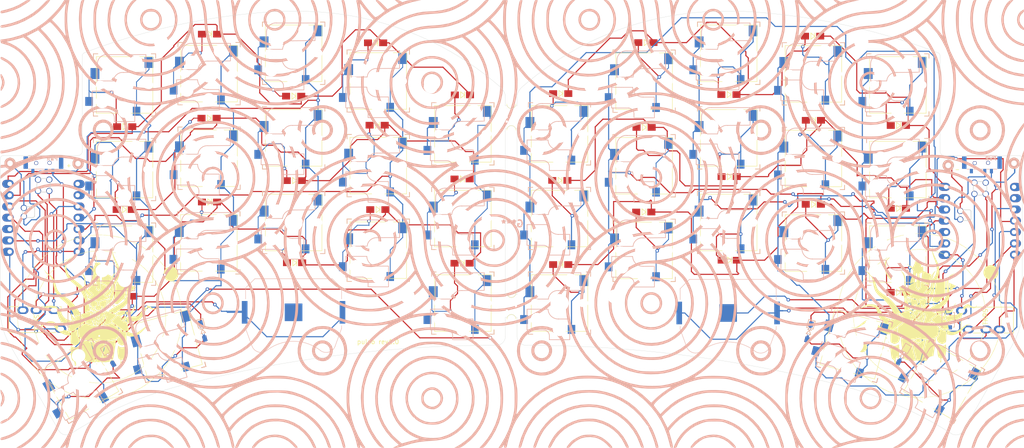
<source format=kicad_pcb>
(kicad_pcb (version 20211014) (generator pcbnew)
  (title_block (title "TOTEM split keyboard") (date "2022-11-03") (rev "0.3") (comment 1 "Made by GEIST"))
  (layers (0 "F.Cu" signal) (31 "B.Cu" signal) (34 "B.Paste" user) (35 "F.Paste" user) (36 "B.SilkS" user "B.Silkscreen") (37 "F.SilkS" user "F.Silkscreen") (38 "B.Mask" user) (39 "F.Mask" user) (44 "Edge.Cuts" user))
  (net 0 "")
  (net 1 "ROW0_L")
  (net 2 "Net-(DL1-Pad2)")
  (net 3 "Net-(DL2-Pad2)")
  (net 4 "Net-(DL3-Pad2)")
  (net 5 "Net-(DL4-Pad2)")
  (net 6 "Net-(DL5-Pad2)")
  (net 7 "ROW1_L")
  (net 8 "Net-(DL6-Pad2)")
  (net 9 "Net-(DL7-Pad2)")
  (net 10 "Net-(DL8-Pad2)")
  (net 11 "Net-(DL9-Pad2)")
  (net 12 "Net-(DL10-Pad2)")
  (net 13 "ROW2_L")
  (net 14 "Net-(DL11-Pad2)")
  (net 15 "Net-(DL12-Pad2)")
  (net 16 "Net-(DL13-Pad2)")
  (net 17 "Net-(DL14-Pad2)")
  (net 18 "Net-(DL15-Pad2)")
  (net 19 "ROW3_L")
  (net 20 "Net-(DL18-Pad2)")
  (net 21 "Net-(DL19-Pad2)")
  (net 22 "ROW0_R")
  (net 23 "Net-(DR1-Pad2)")
  (net 24 "Net-(DR2-Pad2)")
  (net 25 "Net-(DR3-Pad2)")
  (net 26 "Net-(DR4-Pad2)")
  (net 27 "Net-(DR5-Pad2)")
  (net 28 "ROW1_R")
  (net 29 "Net-(DR6-Pad2)")
  (net 30 "Net-(DR7-Pad2)")
  (net 31 "Net-(DR8-Pad2)")
  (net 32 "Net-(DR9-Pad2)")
  (net 33 "Net-(DR10-Pad2)")
  (net 34 "ROW2_R")
  (net 35 "Net-(DR11-Pad2)")
  (net 36 "Net-(DR12-Pad2)")
  (net 37 "Net-(DR13-Pad2)")
  (net 38 "Net-(DR14-Pad2)")
  (net 39 "Net-(DR15-Pad2)")
  (net 40 "ROW3_R")
  (net 41 "Net-(DR18-Pad2)")
  (net 42 "Net-(DR19-Pad2)")
  (net 43 "VBAT_L")
  (net 44 "VBAT_R")
  (net 46 "BAT+_L")
  (net 48 "RESET_L")
  (net 49 "GND_L")
  (net 50 "RESET_R")
  (net 51 "COL0_L")
  (net 52 "COL1_L")
  (net 53 "COL2_L")
  (net 54 "COL3_L")
  (net 55 "COL4_L")
  (net 56 "COL0_R")
  (net 57 "COL1_R")
  (net 58 "COL2_R")
  (net 59 "COL3_R")
  (net 60 "COL4_R")
  (net 61 "VCC_L")
  (net 64 "RX_L")
  (net 65 "TX_L")
  (net 69 "BAT+_R")
  (net 70 "RX_R")
  (net 71 "TX_R")
  (net 72 "VCC_R")
  (net 73 "GND_R")
  (footprint "Keyswitches by Daprice:Kailh_socket_MX_reversible_sameside" (layer "F.Cu") (at 161.625 72.725)
    (fp_text reference "SW14" hide)
    (fp_text value "SW_Push" hide)
  )
  (footprint "Keyswitches by Daprice:Kailh_socket_MX_reversible_sameside" (layer "F.Cu") (at 218.65 78.25)
    (fp_text reference "SW14" hide)
    (fp_text value "SW_Push" hide)
  )
  (footprint "TOTEMlib:Diode_SOD123" (layer "F.Cu") (at 63.875 89.725 180)
    (fp_text reference "DR10" hide)
    (fp_text value "D_Small" hide)
  )
  (footprint "Keyswitches by Daprice:Kailh_socket_MX_reversible_sameside" (layer "F.Cu") (at 161.625 110.725)
    (fp_text reference "SW14" hide)
    (fp_text value "SW_Push" hide)
  )
  (footprint "TOTEMlib:Diode_SOD123" (layer "F.Cu") (at 218.65 69.675 180)
    (fp_text reference "DL9" hide)
    (fp_text value "D_Small" hide)
  )
  (footprint "Duckyb-Parts:mouse-bite-5mm-slot-with-space-for-track" (layer "F.Cu") (at 150.8 68.95)
    (fp_text reference "mouse-bite-2mm-slot2" hide)
    (fp_text value "VAL**" hide)
  )
  (footprint "Keyswitches by Daprice:Kailh_socket_MX_reversible_sameside" (layer "F.Cu") (at 63.94 80.733)
    (fp_text reference "SW14" hide)
    (fp_text value "SW_Push" hide)
  )
  (footprint "TOTEMlib:BatteryPad" (layer "F.Cu") (at 53.5 79.4)
    (fp_text reference "BAT+2" hide)
    (fp_text value "+" hide)
  )
  (footprint "TOTEMlib:Diode_SOD123" (layer "F.Cu") (at 102.125 101.675 180)
    (fp_text reference "DR13" hide)
    (fp_text value "D_Small" hide)
  )
  (footprint "Keyswitches by Daprice:Kailh_socket_MX_reversible_sameside" (layer "F.Cu") (at 218.65 59.25)
    (fp_text reference "SW14" hide)
    (fp_text value "SW_Push" hide)
  )
  (footprint "MountingHole:MountingHole_3.2mm_M3" (layer "F.Cu") (at 174.029 109.263)
    (fp_text reference "Mounting 03" hide)
    (fp_text value "MountingHole_3.2mm_M3")
  )
  (footprint "TOTEMlib:xiao-ble-smd-cutout" (layer "F.Cu") (at 256.075 92.25)
    (fp_text reference "U2" hide)
    (fp_text value "xiao-ble" hide)
    (fp_line (start -1.524 -6.4638) (end -1.524 -8.1402) (layer "Edge.Cuts") (width 0.12))
    (fp_line (start -2.032 -2.095) (end -2.032 -0.444) (layer "Edge.Cuts") (width 0.12))
    (fp_line (start -2.413 -0.063) (end -4.0132 -0.063) (layer "Edge.Cuts") (width 0.12))
    (fp_line (start -0.8382 -8.826) (end 0.8382 -8.826) (layer "Edge.Cuts") (width 0.12))
    (fp_line (start -0.8382 -5.778) (end 0.8382 -5.778) (layer "Edge.Cuts") (width 0.12))
    (fp_line (start 1.524 -6.4638) (end 1.524 -8.1402) (layer "Edge.Cuts") (width 0.12))
    (fp_line (start -4.0132 -2.476) (end -2.413 -2.476) (layer "Edge.Cuts") (width 0.12))
    (fp_line (start -4.699 -0.7488) (end -4.699 -1.7902) (layer "Edge.Cuts") (width 0.12))
    (fp_arc (start 1.524 -8.1402) (mid 0.920393 -8.222393) (end 0.8382 -8.826) (layer "Edge.Cuts") (width 0.12))
    (fp_arc (start -2.413 -2.476) (mid -2.143592 -2.364408) (end -2.032 -2.095) (layer "Edge.Cuts") (width 0.12))
    (fp_arc (start -4.0132 -2.476) (mid -4.095391 -1.872391) (end -4.699 -1.7902) (layer "Edge.Cuts") (width 0.12))
    (fp_arc (start -1.524 -6.4638) (mid -0.920391 -6.381609) (end -0.8382 -5.778) (layer "Edge.Cuts") (width 0.12))
    (fp_arc (start -4.699 -0.7488) (mid -4.095391 -0.666609) (end -4.0132 -0.063) (layer "Edge.Cuts") (width 0.12))
    (fp_arc (start -2.032 -0.444) (mid -2.143592 -0.174592) (end -2.413 -0.063) (layer "Edge.Cuts") (width 0.12))
    (fp_arc (start 0.8382 -5.778) (mid 0.920391 -6.381609) (end 1.524 -6.4638) (layer "Edge.Cuts") (width 0.12))
    (fp_arc (start -0.8382 -8.826) (mid -0.920391 -8.222391) (end -1.524 -8.1402) (layer "Edge.Cuts") (width 0.12))
  )
  (footprint "TOTEMlib:Diode_SOD123" (layer "F.Cu") (at 120.675 70.775 180)
    (fp_text reference "DR7" hide)
    (fp_text value "D_Small" hide)
  )
  (footprint "Keyswitches by Daprice:Kailh_socket_MX_reversible_sameside" (layer "F.Cu") (at 237.605 99.733)
    (fp_text reference "SW14" hide)
    (fp_text value "SW_Push" hide)
  )
  (footprint "Keyswitches by Daprice:Kailh_socket_MX_reversible_sameside" (layer "F.Cu") (at 101.92 54.625)
    (fp_text reference "SW14" hide)
    (fp_text value "SW_Push" hide)
  )
  (footprint "TOTEMlib:Diode_SOD123" (layer "F.Cu") (at 63.975 71.1 180)
    (fp_text reference "DR5" hide)
    (fp_text value "D_Small" hide)
  )
  (footprint "TOTEMlib:Diode_SOD123" (layer "F.Cu") (at 237.725 70.85 180)
    (fp_text reference "DL5" hide)
    (fp_text value "D_Small" hide)
  )
  (footprint "Keyswitches by Daprice:Kailh_socket_MX_reversible_sameside" (layer "F.Cu") (at 82.92 59.193)
    (fp_text reference "SW14" hide)
    (fp_text value "SW_Push" hide)
  )
  (footprint "TOTEMlib:Diode_SOD123" (layer "F.Cu") (at 102.075 83.225 180)
    (fp_text reference "DR8" hide)
    (fp_text value "D_Small" hide)
  )
  (footprint "Keyswitches by Daprice:Kailh_socket_MX_reversible_sameside" (layer "F.Cu") (at 101.92 92.625)
    (fp_text reference "SW14" hide)
    (fp_text value "SW_Push" hide)
  )
  (footprint "Keyswitches by Daprice:Kailh_socket_MX_reversible_sameside" (layer "F.Cu") (at 180.6275 60.8875)
    (fp_text reference "SW14" hide)
    (fp_text value "SW_Push" hide)
  )
  (footprint "LOGO" (layer "F.Cu") (at 242.158066 113.367502)
    (fp_text reference "G***")
    (fp_text value "LOGO" hide)
  )
  (footprint "Keyswitches by Daprice:Kailh_socket_MX_reversible_sameside" (layer "F.Cu") (at 247.575 128.229 -30)
    (fp_text reference "SW20" hide)
    (fp_text value "SW_Push" hide)
  )
  (footprint "MountingHole:MountingHole_3.2mm_M3" (layer "F.Cu") (at 255.817 120.947)
    (fp_text reference "Mounting 02" hide)
    (fp_text value "MountingHole_3.2mm_M3")
  )
  (footprint "Keyswitches by Daprice:Kailh_socket_MX_reversible_sameside" (layer "F.Cu") (at 227.897 120.013 -15)
    (fp_text reference "SW21" hide)
    (fp_text value "SW_Push" hide)
  )
  (footprint "kbd:SW_SPST_B3U-1000P" (layer "F.Cu") (at 52.631 114.483 -90)
    (fp_text reference "RST_F" hide)
    (fp_text value "SW_Push")
  )
  (footprint "TOTEMlib:Diode_SOD123" (layer "F.Cu") (at 180.625 71.275 180)
    (fp_text reference "DL7" hide)
    (fp_text value "D_Small" hide)
  )
  (footprint "Keyswitches by Daprice:Kailh_socket_MX_reversible_sameside" (layer "F.Cu") (at 199.625 73.625)
    (fp_text reference "SW14" hide)
    (fp_text value "SW_Push" hide)
  )
  (footprint "Keyswitches by Daprice:Kailh_socket_MX_reversible_sameside" (layer "F.Cu") (at 63.94 99.733)
    (fp_text reference "SW14" hide)
    (fp_text value "SW_Push" hide)
  )
  (footprint "Keyswitches by Daprice:Kailh_socket_MX_reversible_sameside" (layer "F.Cu") (at 139.92 72.725)
    (fp_text reference "SW14" hide)
    (fp_text value "SW_Push" hide)
  )
  (footprint "TOTEMlib:Diode_SOD123" (layer "F.Cu") (at 199.725 82.325 180)
    (fp_text reference "DL8" hide)
    (fp_text value "D_Small" hide)
  )
  (footprint "MountingHole:MountingHole_3.2mm_M3" (layer "F.Cu") (at 229.401 52.113)
    (fp_text reference "Mounting 01" hide)
    (fp_text value "MountingHole_3.2mm_M3")
  )
  (footprint "Duckyb-Parts:mouse-bite-5mm-slot-with-space-for-track" (layer "F.Cu") (at 150.825 111.375)
    (fp_text reference "mouse-bite-2mm-slot2" hide)
    (fp_text value "VAL**" hide)
  )
  (footprint "TOTEMlib:MJ-4PP-9_1side" (layer "F.Cu") (at 37.8 114.425 90)
    (fp_text reference "J2")
    (fp_text value "MJ-4PP-9" hide)
  )
  (footprint "Keyswitches by Daprice:Kailh_socket_MX_reversible_sameside" (layer "F.Cu") (at 180.6275 79.8875)
    (fp_text reference "SW14" hide)
    (fp_text value "SW_Push" hide)
  )
  (footprint "TOTEMlib:Diode_SOD123" (layer "F.Cu") (at 218.625 88.55 180)
    (fp_text reference "DL14" hide)
    (fp_text value "D_Small" hide)
  )
  (footprint "* duckyb-collection:SMD_Diode_Tiny" (layer "F.Cu") (at 238.674672 122.450329 -120)
    (fp_text reference "D17" hide)
    (fp_text value "diode" hide)
  )
  (footprint "Keyswitches by Daprice:Kailh_socket_MX_reversible_sameside" (layer "F.Cu") (at 120.92 98.85)
    (fp_text reference "SW14" hide)
    (fp_text value "SW_Push" hide)
  )
  (footprint "TOTEMlib:Diode_SOD123" (layer "F.Cu") (at 64.225 109.2 180)
    (fp_text reference "DR15" hide)
    (fp_text value "D_Small" hide)
  )
  (footprint "TOTEMlib:MJ-4PP-9_1side" (layer "F.Cu") (at 263.725 114.55 -90)
    (fp_text reference "J1")
    (fp_text value "MJ-4PP-9" hide)
  )
  (footprint "MountingHole:MountingHole_3.2mm_M3" (layer "F.Cu") (at 168.822 62.019)
    (fp_text reference "Mounting 04" hide)
    (fp_text value "MountingHole_3.2mm_M3")
  )
  (footprint "* duckyb-collection:SMD_Diode_Tiny" (layer "F.Cu") (at 81.5 117 -75)
    (fp_text reference "D34" hide)
    (fp_text value "diode" hide)
  )
  (footprint "TOTEMlib:Diode_SOD123" (layer "F.Cu") (at 139.75 82.85 180)
    (fp_text reference "DR6" hide)
    (fp_text value "D_Small" hide)
  )
  (footprint "TOTEMlib:BatteryPad" (layer "F.Cu") (at 38.225 79.35)
    (fp_text reference "BATGND2" hide)
    (fp_text value "-" hide)
  )
  (footprint "TOTEMlib:Diode_SOD123" (layer "F.Cu") (at 120.825 89.725 180)
    (fp_text reference "DR12" hide)
    (fp_text value "D_Small" hide)
  )
  (footprint "TOTEMlib:Diode_SOD123" (layer "F.Cu") (at 139.825 63.975 180)
    (fp_text reference "DR1" hide)
    (fp_text value "D_Small" hide)
  )
  (footprint "TOTEMlib:Diode_SOD123" (layer "F.Cu") (at 180.55 90.275 180)
    (fp_text reference "DL12" hide)
    (fp_text value "D_Small" hide)
  )
  (footprint "Keyswitches by Daprice:Kailh_socket_MX_reversible_sameside" (layer "F.Cu") (at 139.92 110.725)
    (fp_text reference "SW14" hide)
    (fp_text value "SW_Push" hide)
  )
  (footprint "kbd:SW_SPST_B3U-1000P" (layer "F.Cu") (at 248.916 114.483 -90)
    (fp_text reference "RST_B" hide)
    (fp_text value "SW_Push")
  )
  (footprint "* duckyb-collection:SMD_Diode_Tiny" (layer "F.Cu") (at 217.644098 117.205903 -105)
    (fp_text reference "D16" hide)
    (fp_text value "diode" hide)
  )
  (footprint "Keyswitches by Daprice:Kailh_socket_MX_reversible_sameside" (layer "F.Cu") (at 139.92 91.725)
    (fp_text reference "SW14" hide)
    (fp_text value "SW_Push" hide)
  )
  (footprint "TOTEMlib:Diode_SOD123" (layer "F.Cu") (at 199.675 63.9 180)
    (fp_text reference "DL3" hide)
    (fp_text value "D_Small" hide)
  )
  (footprint "Keyswitches by Daprice:Kailh_socket_MX_reversible_sameside" (layer "F.Cu") (at 218.65 97.25)
    (fp_text reference "SW14" hide)
    (fp_text value "SW_Push" hide)
  )
  (footprint "TOTEMlib:Diode_SOD123" (layer "F.Cu") (at 199.75 101.1 180)
    (fp_text reference "DL13" hide)
    (fp_text value "D_Small" hide)
  )
  (footprint "TOTEMlib:Diode_SOD123" (layer "F.Cu") (at 139.75 101.775 180)
    (fp_text reference "DR11" hide)
    (fp_text value "D_Small" hide)
  )
  (footprint "Keyswitches by Daprice:Kailh_socket_MX_reversible_sameside" (layer "F.Cu") (at 101.92 73.625)
    (fp_text reference "SW14" hide)
    (fp_text value "SW_Push" hide)
  )
  (footprint "Keyswitches by Daprice:Kailh_socket_MX_reversible_sameside" (layer "F.Cu") (at 199.625 92.625)
    (fp_text reference "SW14" hide)
    (fp_text value "SW_Push" hide)
  )
  (footprint "Keyswitches by Daprice:Kailh_socket_MX_reversible_sameside" (layer "F.Cu") (at 120.92 79.85)
    (fp_text reference "SW14" hide)
    (fp_text value "SW_Push" hide)
  )
  (footprint "LOGO" (layer "F.Cu") (at 58.033066 113.692502)
    (fp_text reference "G***")
    (fp_text value "LOGO" hide)
  )
  (footprint "Keyswitches by Daprice:Kailh_socket_MX_reversible_sameside" (layer "F.Cu") (at 237.605 61.733)
    (fp_text reference "SW14" hide)
    (fp_text value "SW_Push" hide)
  )
  (footprint "TOTEMlib:Diode_SOD123" (layer "F.Cu") (at 161.9 63.675 180)
    (fp_text reference "DL1" hide)
    (fp_text value "D_Small" hide)
  )
  (footprint "* duckyb-collection:SMD_Diode_Tiny" (layer "F.Cu") (at 60.5 122.875 -60)
    (fp_text reference "D33" hide)
    (fp_text value "diode" hide)
  )
  (footprint "Keyswitches by Daprice:Kailh_socket_MX_reversible_sameside" (layer "F.Cu") (at 63.94 61.733)
    (fp_text reference "SW14" hide)
    (fp_text value "SW_Push" hide)
  )
  (footprint "TOTEMlib:BatteryPad" (layer "F.Cu") (at 263.7 79.325)
    (fp_text reference "BAT+2" hide)
    (fp_text value "+" hide)
  )
  (footprint "TOTEMlib:Diode_SOD123" (layer "F.Cu") (at 181.025 52.225 180)
    (fp_text reference "DL2" hide)
    (fp_text value "D_Small" hide)
  )
  (footprint "TOTEMlib:Diode_SOD123" (layer "F.Cu") (at 237.725 89.45 180)
    (fp_text reference "DL10" hide)
    (fp_text value "D_Small" hide)
  )
  (footprint "TOTEMlib:Diode_SOD123" (layer "F.Cu") (at 237.7 108.3 180)
    (fp_text reference "DL15" hide)
    (fp_text value "D_Small" hide)
  )
  (footprint "Keyswitches by Daprice:Kailh_socket_MX_reversible_sameside" (layer "F.Cu") (at 82.92 78.193)
    (fp_text reference "SW14" hide)
    (fp_text value "SW_Push" hide)
  )
  (footprint "Keyswitches by Daprice:Kailh_socket_MX_reversible_sameside" (layer "F.Cu") (at 82.875 97.2)
    (fp_text reference "SW14" hide)
    (fp_text value "SW_Push" hide)
  )
  (footprint "Keyswitches by Daprice:Kailh_socket_MX_reversible_sameside" (layer "F.Cu") (at 237.605 80.733)
    (fp_text reference "SW14" hide)
    (fp_text value "SW_Push" hide)
  )
  (footprint "TOTEMlib:BatteryPad" (layer "F.Cu") (at 248.925 79.8)
    (fp_text reference "BATGND2" hide)
    (fp_text value "-" hide)
  )
  (footprint "Keyswitches by Daprice:Kailh_socket_MX_reversible_sameside" (layer "F.Cu") (at 161.625 91.725)
    (fp_text reference "SW14" hide)
    (fp_text value "SW_Push" hide)
  )
  (footprint "Keyswitches by Daprice:Kailh_socket_MX_reversible_sameside" (layer "F.Cu") (at 199.625 54.625)
    (fp_text reference "SW14" hide)
    (fp_text value "SW_Push" hide)
  )
  (footprint "TOTEMlib:Diode_SOD123" (layer "F.Cu") (at 161.7 83.175 180)
    (fp_text reference "DL6" hide)
    (fp_text value "D_Small" hide)
  )
  (footprint "TOTEMlib:Diode_SOD123" (layer "F.Cu") (at 101.925 64.25 180)
    (fp_text reference "DR3" hide)
    (fp_text value "D_Small" hide)
  )
  (footprint "Keyswitches by Daprice:Kailh_socket_MX_reversible_sameside" (layer "F.Cu") (at 180.6275 98.8875)
    (fp_text reference "SW14" hide)
    (fp_text value "SW_Push" hide)
  )
  (footprint "TOTEMlib:Diode_SOD123" (layer "F.Cu") (at 83.025 88.025 180)
    (fp_text reference "DR14" hide)
    (fp_text value "D_Small" hide)
  )
  (footprint "TOTEMlib:Diode_SOD123" (layer "F.Cu") (at 218.475 50.775 180)
    (fp_text reference "DL4" hide)
    (fp_text value "D_Small" hide)
  )
  (footprint "Keyswitches by Daprice:Kailh_socket_MX_reversible_sameside" (layer "F.Cu") (at 120.92 60.85)
    (fp_text reference "SW14" hide)
    (fp_text value "SW_Push" hide)
  )
  (footprint "TOTEMlib:Diode_SOD123" (layer "F.Cu") (at 83.025 50.325 180)
    (fp_text reference "DR4" hide)
    (fp_text value "D_Small" hide)
  )
  (footprint "TOTEMlib:Diode_SOD123" (layer "F.Cu") (at 120.325 52.275 180)
    (fp_text reference "DR2" hide)
    (fp_text value "D_Small" hide)
  )
  (footprint "TOTEMlib:xiao-ble-smd-cutout" (layer "F.Cu") (at 45.775 91.574907)
    (fp_text reference "U2" hide)
    (fp_text value "xiao-ble" hide)
    (fp_line (start -1.524 -6.4638) (end -1.524 -8.1402) (layer "Edge.Cuts") (width 0.12))
    (fp_line (start -4.699 -0.7488) (end -4.699 -1.7902) (layer "Edge.Cuts") (width 0.12))
    (fp_line (start -0.8382 -5.778) (end 0.8382 -5.778) (layer "Edge.Cuts") (width 0.12))
    (fp_line (start -4.0132 -2.476) (end -2.413 -2.476) (layer "Edge.Cuts") (width 0.12))
    (fp_line (start -0.8382 -8.826) (end 0.8382 -8.826) (layer "Edge.Cuts") (width 0.12))
    (fp_line (start -2.413 -0.063) (end -4.0132 -0.063) (layer "Edge.Cuts") (width 0.12))
    (fp_line (start -2.032 -2.095) (end -2.032 -0.444) (layer "Edge.Cuts") (width 0.12))
    (fp_line (start 1.524 -6.4638) (end 1.524 -8.1402) (layer "Edge.Cuts") (width 0.12))
    (fp_arc (start -2.413 -2.476) (mid -2.143592 -2.364408) (end -2.032 -2.095) (layer "Edge.Cuts") (width 0.12))
    (fp_arc (start -4.0132 -2.476) (mid -4.095391 -1.872391) (end -4.699 -1.7902) (layer "Edge.Cuts") (width 0.12))
    (fp_arc (start -0.8382 -8.826) (mid -0.920391 -8.222391) (end -1.524 -8.1402) (layer "Edge.Cuts") (width 0.12))
    (fp_arc (start 1.524 -8.1402) (mid 0.920393 -8.222393) (end 0.8382 -8.826) (layer "Edge.Cuts") (width 0.12))
    (fp_arc (start -4.699 -0.7488) (mid -4.095391 -0.666609) (end -4.0132 -0.063) (layer "Edge.Cuts") (width 0.12))
    (fp_arc (start -1.524 -6.4638) (mid -0.920391 -6.381609) (end -0.8382 -5.778) (layer "Edge.Cuts") (width 0.12))
    (fp_arc (start -2.032 -0.444) (mid -2.143592 -0.174592) (end -2.413 -0.063) (layer "Edge.Cuts") (width 0.12))
    (fp_arc (start 0.8382 -5.778) (mid 0.920391 -6.381609) (end 1.524 -6.4638) (layer "Edge.Cuts") (width 0.12))
  )
  (footprint "TOTEMlib:Diode_SOD123" (layer "F.Cu") (at 161.9 102.075 180)
    (fp_text reference "DL11" hide)
    (fp_text value "D_Small" hide)
  )
  (footprint "TOTEMlib:Diode_SOD123" (layer "F.Cu") (at 82.925 69.2 180)
    (fp_text reference "DR9" hide)
    (fp_text value "D_Small" hide)
  )
  (footprint "kbd:SW_SPST_B3U-1000P" (layer "B.Cu") (at 248.914 114.483 -90)
    (fp_text reference "RST_F" hide)
    (fp_text value "SW_Push")
  )
  (footprint "TOTEMlib:MSK12C02" (layer "B.Cu") (at 252.625 77.88 -90)
    (fp_text reference "PWR")
    (fp_text value "SW_SPDT" hide)
  )
  (footprint "pierce:BatteryHolder_Keystone_3034_1x20mm" (layer "B.Cu") (at 199.5 112.95 180)
    (fp_text reference "BT1" hide)
    (fp_text value "Device_Battery_Cell" hide)
  )
  (footprint "TOTEMlib:MSK12C02" (layer "B.Cu") (at 41.85 77.875 -90)
    (fp_text reference "PWR")
    (fp_text value "SW_SPDT" hide)
  )
  (footprint "MountingHole:MountingHole_3.2mm_M3" (layer "B.Cu") (at 72.144 52.113 180)
    (fp_text reference "Mounting 01" hide)
    (fp_text value "MountingHole_3.2mm_M3")
  )
  (footprint "MountingHole:MountingHole_3.2mm_M3" (layer "B.Cu") (at 45.728 120.947 180)
    (fp_text reference "Mounting 02" hide)
    (fp_text value "MountingHole_3.2mm_M3")
  )
  (footprint "LOGO" (layer "B.Cu") (at 151.025 92.9 180)
    (fp_text reference "G***")
    (fp_text value "LOGO" hide)
  )
  (footprint "Keyswitches by Daprice:Kailh_socket_MX_reversible_sameside" (layer "B.Cu") (at 73.648 120.013 -165)
    (fp_text reference "SW21" hide)
    (fp_text value "SW_Push" hide)
  )
  (footprint "MountingHole:MountingHole_3.2mm_M3" (layer "B.Cu") (at 127.516 109.263 180)
    (fp_text reference "Mounting 03" hide)
    (fp_text value "MountingHole_3.2mm_M3")
  )
  (footprint "Keyswitches by Daprice:Kailh_socket_MX_reversible_sameside" (layer "B.Cu") (at 53.97 128.229 -150)
    (fp_text reference "SW20" hide)
    (fp_text value "SW_Push" hide)
  )
  (footprint "MountingHole:MountingHole_3.2mm_M3" (layer "B.Cu") (at 132.723 62.019 180)
    (fp_text reference "Mounting 04" hide)
    (fp_text value "MountingHole_3.2mm_M3")
  )
  (footprint "pierce:BatteryHolder_Keystone_3034_1x20mm" (layer "B.Cu") (at 101.9 112.8 180)
    (fp_text reference "BT1" hide)
    (fp_text value "Device_Battery_Cell" hide)
  )
  (footprint "kbd:SW_SPST_B3U-1000P" (layer "B.Cu") (at 52.629 114.483 -90)
    (fp_text reference "RST_B" hide)
    (fp_text value "SW_Push")
  )
  (gr_line (start 51.7285 79.8865) (end 51.1115 79.8865) (layer "F.SilkS") (width 0.15))
  (gr_line (start 262.3535 80.8365) (end 261.7365 80.8365) (layer "F.SilkS") (width 0.15))
  (gr_line (start 262.05 81.1335) (end 262.05 80.5165) (layer "F.SilkS") (width 0.15))
  (gr_line (start 40.5585 79.875) (end 39.9415 79.875) (layer "F.SilkS") (width 0.15))
  (gr_line (start 51.425 80.1835) (end 51.425 79.5665) (layer "F.SilkS") (width 0.15))
  (gr_line (start 251.2835 80.775) (end 250.6665 80.775) (layer "F.SilkS") (width 0.15))
  (gr_line (start 152.08375 113.919873) (end 152.083001 118.267999) (layer "Edge.Cuts") (width 0.05))
  (gr_line (start 152.08375 113.919873) (end 151.76625 113.919873) (layer "Edge.Cuts") (width 0.05))
  (gr_arc (start 202.468227 45.188504) (mid 224.928644 48.110454) (end 246.653245 54.51747) (layer "Edge.Cuts") (width 0.05))
  (gr_arc (start 103.052 45.193) (mid 127.049295 49.517798) (end 148.027 61.948) (layer "Edge.Cuts") (width 0.05))
  (gr_arc (start 248.083 77.593917) (mid 247.375889 77.301028) (end 247.083 76.593917) (layer "Edge.Cuts") (width 0.05))
  (gr_line (start 154.393 120.199571) (end 154.118002 120.198917) (layer "Edge.Cuts") (width 0.05))
  (gr_line (start 248.083 77.593917) (end 264.787 77.591) (layer "Edge.Cuts") (width 0.05))
  (gr_line (start 149.47175 66.42) (end 149.454141 63.96232) (layer "Edge.Cuts") (width 0.05))
  (gr_line (start 152.08375 66.42) (end 151.76625 66.42) (layer "Edge.Cuts") (width 0.05))
  (gr_arc (start 148.027 61.948) (mid 148.897258 62.844147) (end 149.454141 63.96232) (layer "Edge.Cuts") (width 0.05))
  (gr_line (start 247.083 76.593917) (end 247.088 55.198) (layer "Edge.Cuts") (width 0.05))
  (gr_arc (start 264.787 77.591) (mid 265.31733 77.81067) (end 265.537 78.341) (layer "Edge.Cuts") (width 0.05))
  (gr_arc (start 153.518 61.948) (mid 174.495705 49.517798) (end 198.493 45.193) (layer "Edge.Cuts") (width 0.05))
  (gr_line (start 35.996 111.973) (end 36.008 109.4535) (layer "Edge.Cuts") (width 0.05))
  (gr_line (start 152.08375 71.5) (end 152.08375 108.839873) (layer "Edge.Cuts") (width 0.05))
  (gr_line (start 149.47175 113.919873) (end 149.461999 118.267999) (layer "Edge.Cuts") (width 0.05))
  (gr_line (start 54.457 55.198) (end 54.462 76.593917) (layer "Edge.Cuts") (width 0.05))
  (gr_line (start 263.786679 119.338657) (end 252.335 139.424265) (layer "Edge.Cuts") (width 0.05))
  (gr_line (start 149.86125 108.839873) (end 149.47175 108.839873) (layer "Edge.Cuts") (width 0.05))
  (gr_line (start 149.47175 108.839873) (end 149.47175 71.5) (layer "Edge.Cuts") (width 0.05))
  (gr_arc (start 36.008 78.341) (mid 36.22767 77.81067) (end 36.758 77.591) (layer "Edge.Cuts") (width 0.05))
  (gr_arc (start 54.891755 54.51747) (mid 76.616356 48.110454) (end 99.076773 45.188504) (layer "Edge.Cuts") (width 0.05))
  (gr_arc (start 246.653245 54.51747) (mid 246.970034 54.794226) (end 247.088 55.198) (layer "Edge.Cuts") (width 0.05))
  (gr_line (start 149.86125 66.42) (end 149.47175 66.42) (layer "Edge.Cuts") (width 0.05))
  (gr_arc (start 149.861251 71.5) (mid 150.81375 70.855127) (end 151.766249 71.500001) (layer "Edge.Cuts") (width 0.05))
  (gr_line (start 152.08375 108.839873) (end 151.76625 108.839873) (layer "Edge.Cuts") (width 0.05))
  (gr_arc (start 37.758321 119.338657) (mid 36.45717 115.756316) (end 35.996 111.973) (layer "Edge.Cuts") (width 0.05))
  (gr_arc (start 154.118002 120.198917) (mid 152.705534 119.649716) (end 152.083001 118.267999) (layer "Edge.Cuts") (width 0.05))
  (gr_line (start 49.21 139.424265) (end 37.758321 119.338657) (layer "Edge.Cuts") (width 0.05))
  (gr_arc (start 51.942 140.023) (mid 50.451005 140.29398) (end 49.21 139.424265) (layer "Edge.Cuts") (width 0.05))
  (gr_line (start 265.537 78.341) (end 265.537 109.4535) (layer "Edge.Cuts") (width 0.05))
  (gr_line (start 149.86125 113.919873) (end 149.47175 113.919873) (layer "Edge.Cuts") (width 0.05))
  (gr_arc (start 151.766249 108.839873) (mid 150.81375 109.484746) (end 149.861251 108.839872) (layer "Edge.Cuts") (width 0.05))
  (gr_line (start 149.86125 71.5) (end 149.47175 71.5) (layer "Edge.Cuts") (width 0.05))
  (gr_arc (start 252.335 139.424265) (mid 251.093995 140.29398) (end 249.603 140.023) (layer "Edge.Cuts") (width 0.05))
  (gr_arc (start 265.549 111.973) (mid 265.08783 115.756316) (end 263.786679 119.338657) (layer "Edge.Cuts") (width 0.05))
  (gr_line (start 202.468227 45.188504) (end 198.493 45.193) (layer "Edge.Cuts") (width 0.05))
  (gr_arc (start 224.422707 129.109137) (mid 237.446222 133.566207) (end 249.603 140.023) (layer "Edge.Cuts") (width 0.05))
  (gr_line (start 152.08375 66.42) (end 152.090859 63.96232) (layer "Edge.Cuts") (width 0.05))
  (gr_line (start 36.008 109.4535) (end 36.008 78.341) (layer "Edge.Cuts") (width 0.05))
  (gr_line (start 152.08375 71.5) (end 151.76625 71.5) (layer "Edge.Cuts") (width 0.05))
  (gr_arc (start 152.090859 63.96232) (mid 152.647742 62.844147) (end 153.518 61.948) (layer "Edge.Cuts") (width 0.05))
  (gr_arc (start 149.861251 113.919873) (mid 150.81375 113.275) (end 151.766249 113.919874) (layer "Edge.Cuts") (width 0.05))
  (gr_line (start 103.052 45.193) (end 99.076773 45.188504) (layer "Edge.Cuts") (width 0.05))
  (gr_arc (start 77.122293 129.109137) (mid 111.857124 122.45336) (end 147.152 120.199571) (layer "Edge.Cuts") (width 0.05))
  (gr_line (start 147.426998 120.198917) (end 147.152 120.199571) (layer "Edge.Cuts") (width 0.05))
  (gr_arc (start 151.766249 66.42) (mid 150.81375 67.064873) (end 149.861251 66.419999) (layer "Edge.Cuts") (width 0.05))
  (gr_line (start 36.758 77.591) (end 53.462 77.593917) (layer "Edge.Cuts") (width 0.05))
  (gr_arc (start 154.393 120.199571) (mid 189.687876 122.45336) (end 224.422707 129.109137) (layer "Edge.Cuts") (width 0.05))
  (gr_arc (start 51.942 140.023) (mid 64.098778 133.566207) (end 77.122293 129.109137) (layer "Edge.Cuts") (width 0.05))
  (gr_line (start 265.537 109.4535) (end 265.549 111.973) (layer "Edge.Cuts") (width 0.05))
  (gr_arc (start 149.461999 118.267999) (mid 148.839466 119.649716) (end 147.426998 120.198917) (layer "Edge.Cuts") (width 0.05))
  (gr_arc (start 54.457 55.198) (mid 54.574966 54.794226) (end 54.891755 54.51747) (layer "Edge.Cuts") (width 0.05))
  (gr_arc (start 54.462 76.593917) (mid 54.169111 77.301028) (end 53.462 77.593917) (layer "Edge.Cuts") (width 0.05))
  (gr_text "pulso rev1.0" (at 120.875 119.425) (layer "F.SilkS") (effects (font (size 1 1))))
  (segment (start 239.425 70.85) (end 243.6 70.85) (width 0.25) (layer "F.Cu") (net 1))
  (segment (start 163.6 60.575) (end 172.95 51.225) (width 0.25) (layer "F.Cu") (net 1))
  (segment (start 204.025 61.25) (end 201.375 63.9) (width 0.25) (layer "F.Cu") (net 1))
  (segment (start 182.725 52.225) (end 190.15 52.225) (width 0.25) (layer "F.Cu") (net 1))
  (segment (start 182.725 51.825) (end 182.725 52.225) (width 0.25) (layer "F.Cu") (net 1))
  (segment (start 213.85 54.125) (end 216.825 54.125) (width 0.25) (layer "F.Cu") (net 1))
  (segment (start 234.925 63.425) (end 236 64.5) (width 0.25) (layer "F.Cu") (net 1))
  (segment (start 220.175 50.775) (end 222.5 50.775) (width 0.25) (layer "F.Cu") (net 1))
  (segment (start 209.5 63.9) (end 211.6 61.8) (width 0.25) (layer "F.Cu") (net 1))
  (segment (start 204.025 55.678686) (end 204.025 61.25) (width 0.25) (layer "F.Cu") (net 1))
  (segment (start 244.625 80.6) (end 244.85 80.6) (width 0.25) (layer "F.Cu") (net 1))
  (segment (start 201.375 63.9) (end 209.5 63.9) (width 0.25) (layer "F.Cu") (net 1))
  (segment (start 211.6 61.8) (end 211.6 56.375) (width 0.25) (layer "F.Cu") (net 1))
  (segment (start 163.6 63.675) (end 163.6 60.575) (width 0.25) (layer "F.Cu") (net 1))
  (segment (start 236 64.5) (end 239.925 64.5) (width 0.25) (layer "F.Cu") (net 1))
  (segment (start 203.479099 55.132785) (end 204.025 55.678686) (width 0.25) (layer "F.Cu") (net 1))
  (segment (start 243.6 70.85) (end 244.625 71.875) (width 0.25) (layer "F.Cu") (net 1))
  (segment (start 203.479099 54.304099) (end 203.479099 55.132785) (width 0.25) (layer "F.Cu") (net 1))
  (segment (start 180.475 49.575) (end 182.725 51.825) (width 0.25) (layer "F.Cu") (net 1))
  (segment (start 222.5 50.775) (end 228.375 56.65) (width 0.25) (layer "F.Cu") (net 1))
  (segment (start 228.375 56.65) (end 228.375 62.875) (width 0.25) (layer "F.Cu") (net 1))
  (segment (start 175.575 51.225) (end 177.225 49.575) (width 0.25) (layer "F.Cu") (net 1))
  (segment (start 239.925 64.5) (end 239.925 70.35) (width 0.25) (layer "F.Cu") (net 1))
  (segment (start 229.057999 63.557999) (end 234.792001 63.557999) (width 0.25) (layer "F.Cu") (net 1))
  (segment (start 239.925 70.35) (end 239.425 70.85) (width 0.25) (layer "F.Cu") (net 1))
  (segment (start 194.7 47.675) (end 196.85 47.675) (width 0.25) (layer "F.Cu") (net 1))
  (segment (start 190.15 52.225) (end 194.7 47.675) (width 0.25) (layer "F.Cu") (net 1))
  (segment (start 211.6 56.375) (end 213.85 54.125) (width 0.25) (layer "F.Cu") (net 1))
  (segment (start 234.792001 63.557999) (end 234.925 63.425) (width 0.25) (layer "F.Cu") (net 1))
  (segment (start 244.625 71.875) (end 244.625 80.6) (width 0.25) (layer "F.Cu") (net 1))
  (segment (start 216.825 54.125) (end 220.175 50.775) (width 0.25) (layer "F.Cu") (net 1))
  (segment (start 172.95 51.225) (end 175.575 51.225) (width 0.25) (layer "F.Cu") (net 1))
  (segment (start 244.85 80.6) (end 246.05 81.8) (width 0.25) (layer "F.Cu") (net 1))
  (segment (start 196.85 47.675) (end 203.479099 54.304099) (width 0.25) (layer "F.Cu") (net 1))
  (segment (start 177.225 49.575) (end 180.475 49.575) (width 0.25) (layer "F.Cu") (net 1))
  (segment (start 228.375 62.875) (end 229.057999 63.557999) (width 0.25) (layer "F.Cu") (net 1))
  (segment (start 248.65 84.825) (end 248.455 84.63) (width 0.25) (layer "F.Cu") (net 1))
  (segment (start 246.05 82.225) (end 248.455 84.63) (width 0.25) (layer "F.Cu") (net 1))
  (segment (start 246.05 81.8) (end 246.05 82.225) (width 0.25) (layer "F.Cu") (net 1))
  (segment (start 160.2 66.15) (end 160.2 63.675) (width 0.25) (layer "F.Cu") (net 2))
  (segment (start 159.9 66.45) (end 160.2 66.15) (width 0.25) (layer "F.Cu") (net 2))
  (via (at 159.9 66.45) (size 0.8) (drill 0.4) (layers "F.Cu" "B.Cu") (net 2))
  (segment (start 164.25 71.75) (end 167.11 68.89) (width 0.25) (layer "B.Cu") (net 2))
  (segment (start 167.11 68.89) (end 167.11 67.675) (width 0.25) (layer "B.Cu") (net 2))
  (segment (start 167.11 67.675) (end 167.11 67.01) (width 0.25) (layer "B.Cu") (net 2))
  (segment (start 164.32 71.995) (end 164.25 71.925) (width 0.25) (layer "B.Cu") (net 2))
  (segment (start 165.7 65.6) (end 160.75 65.6) (width 0.25) (layer "B.Cu") (net 2))
  (segment (start 164.32 78.635) (end 164.32 71.995) (width 0.25) (layer "B.Cu") (net 2))
  (segment (start 167.11 67.01) (end 165.7 65.6) (width 0.25) (layer "B.Cu") (net 2))
  (segment (start 164.25 71.925) (end 164.25 71.75) (width 0.25) (layer "B.Cu") (net 2))
  (segment (start 160.75 65.6) (end 159.9 66.45) (width 0.25) (layer "B.Cu") (net 2))
  (segment (start 179.325 55.225) (end 184.05 59.95) (width 0.25) (layer "F.Cu") (net 3))
  (segment (start 179.325 52.225) (end 179.325 55.225) (width 0.25) (layer "F.Cu") (net 3))
  (via (at 184.05 59.95) (size 0.8) (drill 0.4) (layers "F.Cu" "B.Cu") (net 3))
  (segment (start 183.3225 66.7975) (end 183.3225 60.6775) (width 0.2) (layer "B.Cu") (net 3))
  (segment (start 184.05 59.95) (end 186.1125 57.8875) (width 0.2) (layer "B.Cu") (net 3))
  (segment (start 186.1125 57.8875) (end 186.1125 55.8375) (width 0.2) (layer "B.Cu") (net 3))
  (segment (start 183.3225 60.6775) (end 184.05 59.95) (width 0.2) (layer "B.Cu") (net 3))
  (segment (start 197.3 63.225) (end 197.975 63.9) (width 0.25) (layer "F.Cu") (net 4))
  (segment (start 197.3 59.775) (end 197.3 63.225) (width 0.25) (layer "F.Cu") (net 4))
  (via (at 197.3 59.775) (size 0.8) (drill 0.4) (layers "F.Cu" "B.Cu") (net 4))
  (segment (start 202.32 54.855) (end 202.32 60.535) (width 0.25) (layer "B.Cu") (net 4))
  (segment (start 205.11 52.065) (end 202.32 54.855) (width 0.25) (layer "B.Cu") (net 4))
  (segment (start 202.32 60.535) (end 202.32 59.395) (width 0.25) (layer "B.Cu") (net 4))
  (segment (start 197.3 58.175) (end 197.3 59.775) (width 0.25) (layer "B.Cu") (net 4))
  (segment (start 200.6 57.675) (end 197.8 57.675) (width 0.25) (layer "B.Cu") (net 4))
  (segment (start 205.11 49.575) (end 205.11 52.065) (width 0.25) (layer "B.Cu") (net 4))
  (segment (start 197.8 57.675) (end 197.3 58.175) (width 0.25) (layer "B.Cu") (net 4))
  (segment (start 202.32 59.395) (end 200.85 57.925) (width 0.25) (layer "B.Cu") (net 4))
  (segment (start 200.85 57.925) (end 200.6 57.675) (width 0.25) (layer "B.Cu") (net 4))
  (segment (start 216.25 53.125) (end 216.775 52.6) (width 0.25) (layer "F.Cu") (net 5))
  (segment (start 216.775 52.6) (end 216.775 50.775) (width 0.25) (layer "F.Cu") (net 5))
  (via (at 216.25 53.125) (size 0.8) (drill 0.4) (layers "F.Cu" "B.Cu") (net 5))
  (segment (start 222.125 56.21) (end 224.135 54.2) (width 0.25) (layer "B.Cu") (net 5))
  (segment (start 216.25 54.9) (end 216.25 53.125) (width 0.25) (layer "B.Cu") (net 5))
  (segment (start 216.85 55.5) (end 216.25 54.9) (width 0.25) (layer "B.Cu") (net 5))
  (segment (start 221.345 60.93) (end 222.125 60.15) (width 0.25) (layer "B.Cu") (net 5))
  (segment (start 221.518348 57.15) (end 219.868348 55.5) (width 0.25) (layer "B.Cu") (net 5))
  (segment (start 219.868348 55.5) (end 216.85 55.5) (width 0.25) (layer "B.Cu") (net 5))
  (segment (start 222.125 57.15) (end 222.125 56.21) (width 0.25) (layer "B.Cu") (net 5))
  (segment (start 222.125 60.15) (end 222.125 57.15) (width 0.25) (layer "B.Cu") (net 5))
  (segment (start 221.345 65.16) (end 221.345 60.93) (width 0.25) (layer "B.Cu") (net 5))
  (segment (start 222.125 57.15) (end 221.518348 57.15) (width 0.25) (layer "B.Cu") (net 5))
  (segment (start 235.075 65.675) (end 238.575 65.675) (width 0.25) (layer "F.Cu") (net 6))
  (segment (start 235 65.75) (end 235.075 65.675) (width 0.25) (layer "F.Cu") (net 6))
  (segment (start 236.025 70.85) (end 235 69.825) (width 0.25) (layer "F.Cu") (net 6))
  (segment (start 235 69.825) (end 235 65.75) (width 0.25) (layer "F.Cu") (net 6))
  (via (at 238.575 65.675) (size 0.8) (drill 0.4) (layers "F.Cu" "B.Cu") (net 6))
  (segment (start 240.3 63.95) (end 240.3 61.875) (width 0.25) (layer "B.Cu") (net 6))
  (segment (start 243.09 58.985) (end 243.09 56.683) (width 0.25) (layer "B.Cu") (net 6))
  (segment (start 238.575 65.675) (end 240.3 63.95) (width 0.25) (layer "B.Cu") (net 6))
  (segment (start 240.3 61.875) (end 240.3 61.775) (width 0.25) (layer "B.Cu") (net 6))
  (segment (start 240.3 61.775) (end 243.09 58.985) (width 0.25) (layer "B.Cu") (net 6))
  (segment (start 240.3 67.643) (end 240.3 61.875) (width 0.25) (layer "B.Cu") (net 6))
  (segment (start 233 82.6) (end 232.475 82.075) (width 0.25) (layer "F.Cu") (net 7))
  (segment (start 188 76.55) (end 186.25 76.55) (width 0.25) (layer "F.Cu") (net 7))
  (segment (start 232.475 82.075) (end 228.55 82.075) (width 0.25) (layer "F.Cu") (net 7))
  (segment (start 215.85 79.675) (end 215.7 79.825) (width 0.25) (layer "F.Cu") (net 7))
  (segment (start 185.825 72.1) (end 185 71.275) (width 0.25) (layer "F.Cu") (net 7))
  (segment (start 186.25 76.55) (end 185.825 76.125) (width 0.25) (layer "F.Cu") (net 7))
  (segment (start 228.55 82.075) (end 228.475 82.15) (width 0.25) (layer "F.Cu") (net 7))
  (segment (start 188.65 83.2) (end 188.65 77.2) (width 0.25) (layer "F.Cu") (net 7))
  (segment (start 182.325 71.275) (end 180.475 69.425) (width 0.25) (layer "F.Cu") (net 7))
  (segment (start 236.113241 82.6) (end 233 82.6) (width 0.25) (layer "F.Cu") (net 7))
  (segment (start 238.213241 84.7) (end 236.113241 82.6) (width 0.25) (layer "F.Cu") (net 7))
  (segment (start 210.625 79.825) (end 208.6 81.85) (width 0.25) (layer "F.Cu") (net 7))
  (segment (start 188.65 77.2) (end 188 76.55) (width 0.25) (layer "F.Cu") (net 7))
  (segment (start 189.85 84.4) (end 188.65 83.2) (width 0.25) (layer "F.Cu") (net 7))
  (segment (start 201.425 83.875) (end 200.9 84.4) (width 0.25) (layer "F.Cu") (net 7))
  (segment (start 185 71.275) (end 182.325 71.275) (width 0.25) (layer "F.Cu") (net 7))
  (segment (start 215.7 79.825) (end 210.625 79.825) (width 0.25) (layer "F.Cu") (net 7))
  (segment (start 201.425 82.325) (end 201.425 83.875) (width 0.25) (layer "F.Cu") (net 7))
  (segment (start 217.15 73.925) (end 217.15 76.391241) (width 0.25) (layer "F.Cu") (net 7))
  (segment (start 220.35 69.675) (end 220.35 70.725) (width 0.25) (layer "F.Cu") (net 7))
  (segment (start 223.625 74.3) (end 223.625 71.9) (width 0.25) (layer "F.Cu") (net 7))
  (segment (start 167.325 83.175) (end 163.4 83.175) (width 0.25) (layer "F.Cu") (net 7))
  (segment (start 208.6 81.85) (end 208.6 82.15) (width 0.25) (layer "F.Cu") (net 7))
  (segment (start 169.65 80.65) (end 169.75 80.75) (width 0.25) (layer "F.Cu") (net 7))
  (segment (start 228.475 82.15) (end 228.475 79.15) (width 0.25) (layer "F.Cu") (net 7))
  (segment (start 245.225 86.475) (end 245.225 83) (width 0.25) (layer "F.Cu") (net 7))
  (segment (start 217.15 76.391241) (end 215.85 77.691241) (width 0.25) (layer "F.Cu") (net 7))
  (segment (start 180.475 69.425) (end 171.375 69.425) (width 0.25) (layer "F.Cu") (net 7))
  (segment (start 215.85 77.691241) (end 215.85 79.675) (width 0.25) (layer "F.Cu") (net 7))
  (segment (start 220.35 70.725) (end 217.15 73.925) (width 0.25) (layer "F.Cu") (net 7))
  (segment (start 245.775 87.025) (end 245.225 86.475) (width 0.25) (layer "F.Cu") (net 7))
  (segment (start 248.455 87.17) (end 248.31 87.025) (width 0.25) (layer "F.Cu") (net 7))
  (segment (start 169.75 80.75) (end 167.325 83.175) (width 0.25) (layer "F.Cu") (net 7))
  (segment (start 223.625 71.9) (end 221.4 69.675) (width 0.25) (layer "F.Cu") (net 7))
  (segment (start 185.825 76.125) (end 185.825 72.1) (width 0.25) (layer "F.Cu") (net 7))
  (segment (start 239.6 84.7) (end 238.213241 84.7) (width 0.25) (layer "F.Cu") (net 7))
  (segment (start 239.6 85) (end 239.6 84.7) (width 0.25) (layer "F.Cu") (net 7))
  (segment (start 248.31 87.025) (end 245.775 87.025) (width 0.25) (layer "F.Cu") (net 7))
  (segment (start 169.65 71.15) (end 169.65 80.65) (width 0.25) (layer "F.Cu") (net 7))
  (segment (start 239.6 89.275) (end 239.6 85) (width 0.25) (layer "F.Cu") (net 7))
  (segment (start 171.375 69.425) (end 169.65 71.15) (width 0.25) (layer "F.Cu") (net 7))
  (segment (start 239.425 89.45) (end 239.6 89.275) (width 0.25) (layer "F.Cu") (net 7))
  (segment (start 245.225 83) (end 241.6 83) (width 0.25) (layer "F.Cu") (net 7))
  (segment (start 241.6 83) (end 239.6 85) (width 0.25) (layer "F.Cu") (net 7))
  (segment (start 208.6 82.15) (end 208.425 82.325) (width 0.25) (layer "F.Cu") (net 7))
  (segment (start 221.4 69.675) (end 220.35 69.675) (width 0.25) (layer "F.Cu") (net 7))
  (segment (start 228.475 79.15) (end 223.625 74.3) (width 0.25) (layer "F.Cu") (net 7))
  (segment (start 200.9 84.4) (end 189.85 84.4) (width 0.25) (layer "F.Cu") (net 7))
  (segment (start 208.425 82.325) (end 201.425 82.325) (width 0.25) (layer "F.Cu") (net 7))
  (segment (start 160 86.625) (end 164.4875 91.1125) (width 0.25) (layer "F.Cu") (net 8))
  (segment (start 160 83.175) (end 160 86.625) (width 0.25) (layer "F.Cu") (net 8))
  (via (at 164.4875 91.1125) (size 0.8) (drill 0.4) (layers "F.Cu" "B.Cu") (net 8))
  (segment (start 164.32 91.28) (end 164.4875 91.1125) (width 0.25) (layer "B.Cu") (net 8))
  (segment (start 164.4875 91.1125) (end 167.11 88.49) (width 0.25) (layer "B.Cu") (net 8))
  (segment (start 164.32 97.635) (end 164.32 91.28) (width 0.25) (layer "B.Cu") (net 8))
  (segment (start 167.11 88.49) (end 167.11 86.675) (width 0.25) (layer "B.Cu") (net 8))
  (segment (start 179.275 76.4) (end 180.498759 76.4) (width 0.25) (layer "F.Cu") (net 9))
  (segment (start 178.925 71.275) (end 178.925 76.05) (width 0.25) (layer "F.Cu") (net 9))
  (segment (start 178.925 76.05) (end 179.275 76.4) (width 0.25) (layer "F.Cu") (net 9))
  (segment (start 181.686259 77.5875) (end 185.0375 77.5875) (width 0.25) (layer "F.Cu") (net 9))
  (segment (start 180.498759 76.4) (end 181.686259 77.5875) (width 0.25) (layer "F.Cu") (net 9))
  (via (at 185.0375 77.5875) (size 0.8) (drill 0.4) (layers "F.Cu" "B.Cu") (net 9))
  (segment (start 185.0375 77.5875) (end 186.1125 76.5125) (width 0.2) (layer "B.Cu") (net 9))
  (segment (start 183.3225 79.3025) (end 185.0375 77.5875) (width 0.2) (layer "B.Cu") (net 9))
  (segment (start 186.1125 76.5125) (end 186.1125 74.8375) (width 0.2) (layer "B.Cu") (net 9))
  (segment (start 183.3225 85.7975) (end 183.3225 79.3025) (width 0.2) (layer "B.Cu") (net 9))
  (segment (start 197.625 81.925) (end 197.625 77.275) (width 0.25) (layer "F.Cu") (net 10))
  (segment (start 198.025 82.325) (end 197.625 81.925) (width 0.25) (layer "F.Cu") (net 10))
  (via (at 197.625 77.275) (size 0.8) (drill 0.4) (layers "F.Cu" "B.Cu") (net 10))
  (segment (start 205.11 68.575) (end 205.11 70.69) (width 0.25) (layer "B.Cu") (net 10))
  (segment (start 202.32 76.62) (end 202.32 79.535) (width 0.25) (layer "B.Cu") (net 10))
  (segment (start 202.32 73.48) (end 202.32 76.62) (width 0.25) (layer "B.Cu") (net 10))
  (segment (start 201.665 77.275) (end 202.32 76.62) (width 0.25) (layer "B.Cu") (net 10))
  (segment (start 197.625 77.275) (end 201.665 77.275) (width 0.25) (layer "B.Cu") (net 10))
  (segment (start 205.11 70.69) (end 202.32 73.48) (width 0.25) (layer "B.Cu") (net 10))
  (segment (start 216.95 71.55) (end 215.625 72.875) (width 0.25) (layer "F.Cu") (net 11))
  (segment (start 216.95 69.675) (end 216.95 71.55) (width 0.25) (layer "F.Cu") (net 11))
  (via (at 215.625 72.875) (size 0.8) (drill 0.4) (layers "F.Cu" "B.Cu") (net 11))
  (segment (start 217.375 72.875) (end 222.1 77.6) (width 0.25) (layer "B.Cu") (net 11))
  (segment (start 221.345 78.355) (end 222.1 77.6) (width 0.25) (layer "B.Cu") (net 11))
  (segment (start 223.975 74.85) (end 224.135 74.69) (width 0.25) (layer "B.Cu") (net 11))
  (segment (start 215.625 72.875) (end 217.375 72.875) (width 0.25) (layer "B.Cu") (net 11))
  (segment (start 222.1 77.6) (end 223.975 75.725) (width 0.25) (layer "B.Cu") (net 11))
  (segment (start 223.975 75.725) (end 223.975 74.85) (width 0.25) (layer "B.Cu") (net 11))
  (segment (start 221.345 84.16) (end 221.345 78.355) (width 0.25) (layer "B.Cu") (net 11))
  (segment (start 224.135 74.69) (end 224.135 73.2) (width 0.25) (layer "B.Cu") (net 11))
  (segment (start 235.575 89) (end 235.575 84.55) (width 0.25) (layer "F.Cu") (net 12))
  (segment (start 236.025 89.45) (end 235.575 89) (width 0.25) (layer "F.Cu") (net 12))
  (via (at 235.575 84.55) (size 0.8) (drill 0.4) (layers "F.Cu" "B.Cu") (net 12))
  (segment (start 240.3 86.643) (end 240.3 80.775) (width 0.25) (layer "B.Cu") (net 12))
  (segment (start 243.09 77.735) (end 243.09 75.683) (width 0.25) (layer "B.Cu") (net 12))
  (segment (start 237.146759 84.55) (end 240.3 81.396759) (width 0.25) (layer "B.Cu") (net 12))
  (segment (start 240.3 81.396759) (end 240.3 80.775) (width 0.25) (layer "B.Cu") (net 12))
  (segment (start 240.3 80.775) (end 240.3 80.525) (width 0.25) (layer "B.Cu") (net 12))
  (segment (start 240.3 80.525) (end 243.09 77.735) (width 0.25) (layer "B.Cu") (net 12))
  (segment (start 235.575 84.55) (end 237.146759 84.55) (width 0.25) (layer "B.Cu") (net 12))
  (segment (start 222.6 88.55) (end 225.925 91.875) (width 0.25) (layer "F.Cu") (net 13))
  (segment (start 201.45 103.675) (end 201.45 101.1) (width 0.25) (layer "F.Cu") (net 13))
  (segment (start 190.5 90.275) (end 191.25 91.025) (width 0.25) (layer "F.Cu") (net 13))
  (segment (start 247.06 89.71) (end 246.175 88.825) (width 0.25) (layer "F.Cu") (net 13))
  (segment (start 231.125 91.7) (end 229.9875 90.5625) (width 0.25) (layer "F.Cu") (net 13))
  (segment (start 207.675 101.1) (end 210.7 98.075) (width 0.25) (layer "F.Cu") (net 13))
  (segment (start 248.455 89.71) (end 247.06 89.71) (width 0.25) (layer "F.Cu") (net 13))
  (segment (start 215.125 89.125) (end 215.125 86.125) (width 0.25) (layer "F.Cu") (net 13))
  (segment (start 229.9875 90.5625) (end 230.95 91.525) (width 0.25) (layer "F.Cu") (net 13))
  (segment (start 230.775 111.45) (end 238.55 111.45) (width 0.25) (layer "F.Cu") (net 13))
  (segment (start 225.925 91.875) (end 228.675 91.875) (width 0.25) (layer "F.Cu") (net 13))
  (segment (start 182.1 87.6) (end 182.25 87.75) (width 0.25) (layer "F.Cu") (net 13))
  (segment (start 246.175 87.925) (end 244.475 87.925) (width 0.25) (layer "F.Cu") (net 13))
  (segment (start 230.95 91.525) (end 230.45 92.025) (width 0.25) (layer "F.Cu") (net 13))
  (segment (start 191.9 104.275) (end 201.7 104.275) (width 0.25) (layer "F.Cu") (net 13))
  (segment (start 239.4 110.3) (end 239.4 108.3) (width 0.25) (layer "F.Cu") (net 13))
  (segment (start 163.6 102.075) (end 170.25 102.075) (width 0.25) (layer "F.Cu") (net 13))
  (segment (start 181.775 87.925) (end 182.1 87.6) (width 0.25) (layer "F.Cu") (net 13))
  (segment (start 220.325 88.55) (end 222.6 88.55) (width 0.25) (layer "F.Cu") (net 13))
  (segment (start 201.7 104.275) (end 201.875 104.1) (width 0.25) (layer "F.Cu") (net 13))
  (segment (start 182.25 87.75) (end 182.25 90.275) (width 0.25) (layer "F.Cu") (net 13))
  (segment (start 244.2 89.2) (end 241.7 91.7) (width 0.25) (layer "F.Cu") (net 13))
  (segment (start 191.25 103.625) (end 191.9 104.275) (width 0.25) (layer "F.Cu") (net 13))
  (segment (start 173.775 87.925) (end 181.775 87.925) (width 0.25) (layer "F.Cu") (net 13))
  (segment (start 220.325 86.8) (end 220.325 88.55) (width 0.25) (layer "F.Cu") (net 13))
  (segment (start 220.65 86.125) (end 220.825 86.3) (width 0.25) (layer "F.Cu") (net 13))
  (segment (start 173.775 98.55) (end 173.775 87.925) (width 0.25) (layer "F.Cu") (net 13))
  (segment (start 220.825 86.3) (end 220.325 86.8) (width 0.25) (layer "F.Cu") (net 13))
  (segment (start 230.45 111.125) (end 230.775 111.45) (width 0.25) (layer "F.Cu") (net 13))
  (segment (start 201.45 101.1) (end 207.675 101.1) (width 0.25) (layer "F.Cu") (net 13))
  (segment (start 228.675 91.875) (end 229.9875 90.5625) (width 0.25) (layer "F.Cu") (net 13))
  (segment (start 238.55 111.45) (end 238.55 111.15) (width 0.25) (layer "F.Cu") (net 13))
  (segment (start 210.7 98.075) (end 210.7 93.55) (width 0.25) (layer "F.Cu") (net 13))
  (segment (start 201.875 104.1) (end 201.45 103.675) (width 0.25) (layer "F.Cu") (net 13))
  (segment (start 238.55 111.15) (end 239.4 110.3) (width 0.25) (layer "F.Cu") (net 13))
  (segment (start 191.25 91.025) (end 191.25 103.625) (width 0.25) (layer "F.Cu") (net 13))
  (segment (start 241.7 91.7) (end 231.125 91.7) (width 0.25) (layer "F.Cu") (net 13))
  (segment (start 210.7 93.55) (end 215.125 89.125) (width 0.25) (layer "F.Cu") (net 13))
  (segment (start 246.175 88.825) (end 246.175 87.925) (width 0.25) (layer "F.Cu") (net 13))
  (segment (start 230.45 92.025) (end 230.45 111.125) (width 0.25) (layer "F.Cu") (net 13))
  (segment (start 215.125 86.125) (end 220.65 86.125) (width 0.25) (layer "F.Cu") (net 13))
  (segment (start 182.25 90.275) (end 190.5 90.275) (width 0.25) (layer "F.Cu") (net 13))
  (segment (start 244.475 87.925) (end 244.2 88.2) (width 0.25) (layer "F.Cu") (net 13))
  (segment (start 170.25 102.075) (end 173.775 98.55) (width 0.25) (layer "F.Cu") (net 13))
  (segment (start 244.2 88.2) (end 244.2 89.2) (width 0.25) (layer "F.Cu") (net 13))
  (segment (start 160.2 104.331652) (end 160.2 102.075) (width 0.25) (layer "F.Cu") (net 14))
  (segment (start 164.168348 108.3) (end 160.2 104.331652) (width 0.25) (layer "F.Cu") (net 14))
  (segment (start 166.275 108.3) (end 164.168348 108.3) (width 0.25) (layer "F.Cu") (net 14))
  (via (at 166.275 108.3) (size 0.8) (drill 0.4) (layers "F.Cu" "B.Cu") (net 14))
  (segment (start 167.075 108.3) (end 167.11 108.265) (width 0.25) (layer "B.Cu") (net 14))
  (segment (start 166.275 108.3) (end 167.075 108.3) (width 0.25) (layer "B.Cu") (net 14))
  (segment (start 164.32 116.635) (end 164.32 110.255) (width 0.25) (layer "B.Cu") (net 14))
  (segment (start 167.11 108.265) (end 167.11 105.675) (width 0.25) (layer "B.Cu") (net 14))
  (segment (start 164.32 110.255) (end 166.275 108.3) (width 0.25) (layer "B.Cu") (net 14))
  (segment (start 178.85 93.751241) (end 183.575 98.476241) (width 0.25) (layer "F.Cu") (net 15))
  (segment (start 183.575 98.476241) (end 183.575 98.975) (width 0.25) (layer "F.Cu") (net 15))
  (segment (start 178.85 90.275) (end 178.85 93.751241) (width 0.25) (layer "F.Cu") (net 15))
  (via (at 183.575 98.975) (size 0.8) (drill 0.4) (layers "F.Cu" "B.Cu") (net 15))
  (segment (start 186.1125 96.4375) (end 186.1125 93.8375) (width 0.2) (layer "B.Cu") (net 15))
  (segment (start 183.3225 104.7975) (end 183.3225 99.2275) (width 0.2) (layer "B.Cu") (net 15))
  (segment (start 183.3225 99.2275) (end 183.575 98.975) (width 0.2) (layer "B.Cu") (net 15))
  (segment (start 183.575 98.975) (end 186.1125 96.4375) (width 0.2) (layer "B.Cu") (net 15))
  (segment (start 196.875 95.8) (end 197.455 95.22) (width 0.25) (layer "F.Cu") (net 16))
  (segment (start 196.875 99.925) (end 196.875 95.8) (width 0.25) (layer "F.Cu") (net 16))
  (segment (start 198.05 101.1) (end 196.875 99.925) (width 0.25) (layer "F.Cu") (net 16))
  (segment (start 197.455 95.22) (end 202.32 95.22) (width 0.25) (layer "F.Cu") (net 16))
  (via (at 202.32 95.22) (size 0.8) (drill 0.4) (layers "F.Cu" "B.Cu") (net 16))
  (segment (start 202.32 92.455) (end 205.11 89.665) (width 0.25) (layer "B.Cu") (net 16))
  (segment (start 202.32 98.535) (end 202.32 95.22) (width 0.25) (layer "B.Cu") (net 16))
  (segment (start 205.11 89.665) (end 205.11 87.575) (width 0.25) (layer "B.Cu") (net 16))
  (segment (start 202.32 95.22) (end 202.32 92.455) (width 0.25) (layer "B.Cu") (net 16))
  (segment (start 216.925 91.525) (end 221.975 96.575) (width 0.25) (layer "F.Cu") (net 17))
  (segment (start 216.925 88.55) (end 216.925 91.525) (width 0.25) (layer "F.Cu") (net 17))
  (via (at 221.975 96.575) (size 0.8) (drill 0.4) (layers "F.Cu" "B.Cu") (net 17))
  (segment (start 221.345 97.205) (end 221.975 96.575) (width 0.25) (layer "B.Cu") (net 17))
  (segment (start 221.345 103.16) (end 221.345 97.205) (width 0.25) (layer "B.Cu") (net 17))
  (segment (start 221.975 96.575) (end 224.135 94.415) (width 0.25) (layer "B.Cu") (net 17))
  (segment (start 224.135 94.415) (end 224.135 92.2) (width 0.25) (layer "B.Cu") (net 17))
  (segment (start 235.075 106.325) (end 235.075 103.15) (width 0.25) (layer "F.Cu") (net 18))
  (segment (start 235.45 102.775) (end 240.3 102.775) (width 0.25) (layer "F.Cu") (net 18))
  (segment (start 236 107.25) (end 235.075 106.325) (width 0.25) (layer "F.Cu") (net 18))
  (segment (start 236 108.3) (end 236 107.25) (width 0.25) (layer "F.Cu") (net 18))
  (segment (start 235.075 103.15) (end 235.45 102.775) (width 0.25) (layer "F.Cu") (net 18))
  (via (at 240.3 102.775) (size 0.8) (drill 0.4) (layers "F.Cu" "B.Cu") (net 18))
  (segment (start 243.09 94.683) (end 243.09 95.91) (width 0.25) (layer "B.Cu") (net 18))
  (segment (start 243.09 95.91) (end 240.3 98.7) (width 0.25) (layer "B.Cu") (net 18))
  (segment (start 240.3 98.7) (end 240.3 102.775) (width 0.25) (layer "B.Cu") (net 18))
  (segment (start 240.3 102.775) (end 240.3 105.643) (width 0.25) (layer "B.Cu") (net 18))
  (segment (start 246 92.25) (end 245.025 93.225) (width 0.25) (layer "F.Cu") (net 19))
  (segment (start 248.455 92.25) (end 246 92.25) (width 0.25) (layer "F.Cu") (net 19))
  (segment (start 244.45 93.225) (end 245.025 93.225) (width 0.25) (layer "F.Cu") (net 19))
  (segment (start 225.225 112.775) (end 225.875 113.425) (width 0.25) (layer "F.Cu") (net 19))
  (segment (start 243.075 94.6) (end 244.45 93.225) (width 0.25) (layer "F.Cu") (net 19))
  (segment (start 225.875 113.425) (end 237.825 113.425) (width 0.25) (layer "F.Cu") (net 19))
  (segment (start 240.1 120.375306) (end 239.562172 120.913134) (width 0.25) (layer "F.Cu") (net 19))
  (segment (start 218.103502 115.491385) (end 218.103502 113.521498) (width 0.25) (layer "F.Cu") (net 19))
  (segment (start 218.85 112.775) (end 225.225 112.775) (width 0.25) (layer "F.Cu") (net 19))
  (segment (start 240.1 115.7) (end 240.1 120.375306) (width 0.25) (layer "F.Cu") (net 19))
  (segment (start 218.103502 113.521498) (end 218.85 112.775) (width 0.25) (layer "F.Cu") (net 19))
  (segment (start 244.430001 95.955001) (end 243.075 94.6) (width 0.25) (layer "F.Cu") (net 19))
  (segment (start 244.430001 111.369999) (end 244.430001 95.955001) (width 0.25) (layer "F.Cu") (net 19))
  (segment (start 237.825 113.425) (end 240.1 115.7) (width 0.25) (layer "F.Cu") (net 19))
  (segment (start 240.1 115.7) (end 244.430001 111.369999) (width 0.25) (layer "F.Cu") (net 19))
  (segment (start 218.188373 119.9241) (end 224.454517 119.9241) (width 0.25) (layer "F.Cu") (net 20))
  (segment (start 227.580417 123.05) (end 230.7 123.05) (width 0.25) (layer "F.Cu") (net 20))
  (segment (start 217.184694 118.920421) (end 218.188373 119.9241) (width 0.25) (layer "F.Cu") (net 20))
  (segment (start 224.454517 119.9241) (end 227.580417 123.05) (width 0.25) (layer "F.Cu") (net 20))
  (via (at 230.7 123.05) (size 0.8) (drill 0.4) (layers "F.Cu" "B.Cu") (net 20))
  (segment (start 230.7 123.05) (end 230.7 120.337518) (width 0.25) (layer "B.Cu") (net 20))
  (segment (start 228.963478 126.406892) (end 230.7 124.67037) (width 0.25) (layer "B.Cu") (net 20))
  (segment (start 230.7 124.67037) (end 230.7 123.05) (width 0.25) (layer "B.Cu") (net 20))
  (segment (start 230.7 120.337518) (end 234.495068 116.54245) (width 0.25) (layer "B.Cu") (net 20))
  (segment (start 237.787172 123.987524) (end 239.100755 123.987524) (width 0.25) (layer "F.Cu") (net 21))
  (segment (start 247.612555 132.499324) (end 249.149324 132.499324) (width 0.25) (layer "F.Cu") (net 21))
  (segment (start 239.100755 123.987524) (end 247.612555 132.499324) (width 0.25) (layer "F.Cu") (net 21))
  (via (at 249.149324 132.499324) (size 0.8) (drill 0.4) (layers "F.Cu" "B.Cu") (net 21))
  (segment (start 249.35 132.298648) (end 249.35 131.05) (width 0.25) (layer "B.Cu") (net 21))
  (segment (start 249.149324 132.499324) (end 249.35 132.298648) (width 0.25) (layer "B.Cu") (net 21))
  (segment (start 255.475 127.75) (end 255.475 127.475) (width 0.25) (layer "B.Cu") (net 21))
  (segment (start 249.35 131.05) (end 251.15 129.25) (width 0.25) (layer "B.Cu") (net 21))
  (segment (start 253.975 129.25) (end 255.475 127.75) (width 0.25) (layer "B.Cu") (net 21))
  (segment (start 246.953938 134.69471) (end 249.149324 132.499324) (width 0.25) (layer "B.Cu") (net 21))
  (segment (start 251.15 129.25) (end 253.975 129.25) (width 0.25) (layer "B.Cu") (net 21))
  (segment (start 79.75 48.15) (end 75.0125 52.8875) (width 0.25) (layer "F.Cu") (net 22))
  (segment (start 84.425 48.15) (end 79.75 48.15) (width 0.25) (layer "F.Cu") (net 22))
  (segment (start 39.875 81.625) (end 40.325 81.175) (width 0.25) (layer "F.Cu") (net 22))
  (segment (start 84.725 50.325) (end 88.9 50.325) (width 0.25) (layer "F.Cu") (net 22))
  (segment (start 75.0125 53.1125) (end 72.2 55.925) (width 0.25) (layer "F.Cu") (net 22))
  (segment (start 112.8 62.075) (end 112.8 52.35) (width 0.25) (layer "F.Cu") (net 22))
  (segment (start 65.675 72.625) (end 65.675 71.1) (width 0.25) (layer "F.Cu") (net 22))
  (segment (start 141.525 63.975) (end 141.525 63.825) (width 0.25) (layer "F.Cu") (net 22))
  (segment (start 84.725 48.45) (end 84.425 48.15) (width 0.25) (layer "F.Cu") (net 22))
  (segment (start 37.8 83.599907) (end 38.155 83.954907) (width 0.25) (layer "F.Cu") (net 22))
  (segment (start 88.9 50.325) (end 93.3 54.725) (width 0.25) (layer "F.Cu") (net 22))
  (segment (start 141.525 63.825) (end 135.45 57.75) (width 0.25) (layer "F.Cu") (net 22))
  (segment (start 55.75 80.85) (end 55.75 73.35) (width 0.25) (layer "F.Cu") (net 22))
  (segment (start 94.3 63.525) (end 96.775 66) (width 0.25) (layer "F.Cu") (net 22))
  (segment (start 123.325 52.275) (end 122.025 52.275) (width 0.25) (layer "F.Cu") (net 22))
  (segment (start 103.575 66) (end 103.625 66.05) (width 0.25) (layer "F.Cu") (net 22))
  (segment (start 55.425 81.175) (end 55.75 80.85) (width 0.25) (layer "F.Cu") (net 22))
  (segment (start 39.875 81.625) (end 39.3 82.2) (width 0.25) (layer "F.Cu") (net 22))
  (segment (start 84.725 50.325) (end 84.725 48.45) (width 0.25) (layer "F.Cu") (net 22))
  (segment (start 93.3 54.725) (end 93.7 55.125) (width 0.25) (layer "F.Cu") (net 22))
  (segment (start 55.75 73.35) (end 56.475 72.625) (width 0.25) (layer "F.Cu") (net 22))
  (segment (start 67.05 71.1) (end 65.675 71.1) (width 0.25) (layer "F.Cu") (net 22))
  (segment (start 103.625 66.05) (end 103.625 64.25) (width 0.25) (layer "F.Cu") (net 22))
  (segment (start 112.8 52.35) (end 115.8 49.35) (width 0.25) (layer "F.Cu") (net 22))
  (segment (start 128.8 57.75) (end 123.325 52.275) (width 0.25) (layer "F.Cu") (net 22))
  (segment (start 72.2 55.925) (end 72.2 65.95) (width 0.25) (layer "F.Cu") (net 22))
  (segment (start 103.625 64.25) (end 110.625 64.25) (width 0.25) (layer "F.Cu") (net 22))
  (segment (start 40.167453 81.332547) (end 39.875 81.625) (width 0.25) (layer "F.Cu") (net 22))
  (segment (start 40.325 81.175) (end 53.025 81.175) (width 0.25) (layer "F.Cu") (net 22))
  (segment (start 53.05 81.15) (end 53.075 81.175) (width 0.25) (layer "F.Cu") (net 22))
  (segment (start 119.1 49.35) (end 122.025 52.275) (width 0.25) (layer "F.Cu") (net 22))
  (segment (start 115.8 49.35) (end 119.1 49.35) (width 0.25) (layer "F.Cu") (net 22))
  (segment (start 94.3 57.15) (end 94.3 63.525) (width 0.25) (layer "F.Cu") (net 22))
  (segment (start 110.625 64.25) (end 112.8 62.075) (width 0.25) (layer "F.Cu") (net 22))
  (segment (start 93.7 56.55) (end 94.3 57.15) (width 0.25) (layer "F.Cu") (net 22))
  (segment (start 39.3 82.2) (end 37.8 82.2) (width 0.25) (layer "F.Cu") (net 22))
  (segment (start 72.2 65.95) (end 67.05 71.1) (width 0.25) (layer "F.Cu") (net 22))
  (segment (start 135.45 57.75) (end 128.8 57.75) (width 0.25) (layer "F.Cu") (net 22))
  (segment (start 53.025 81.175) (end 53.05 81.15) (width 0.25) (layer "F.Cu") (net 22))
  (segment (start 56.475 72.625) (end 65.675 72.625) (width 0.25) (layer "F.Cu") (net 22))
  (segment (start 75.0125 52.8875) (end 75.0125 53.1125) (width 0.25) (layer "F.Cu") (net 22))
  (segment (start 53.075 81.175) (end 55.425 81.175) (width 0.25) (layer "F.Cu") (net 22))
  (segment (start 37.8 82.2) (end 37.8 83.599907) (width 0.25) (layer "F.Cu") (net 22))
  (segment (start 96.775 66) (end 103.575 66) (width 0.25) (layer "F.Cu") (net 22))
  (segment (start 93.7 55.125) (end 93.7 56.55) (width 0.25) (layer "F.Cu") (net 22))
  (segment (start 138.125 68.15) (end 138.35 68.375) (width 0.25) (layer "F.Cu") (net 23))
  (segment (start 139 69.025) (end 139 69.6) (width 0.25) (layer "F.Cu") (net 23))
  (segment (start 138.35 68.375) (end 139 69.025) (width 0.25) (layer "F.Cu") (net 23))
  (segment (start 138.125 63.975) (end 138.125 68.15) (width 0.25) (layer "F.Cu") (net 23))
  (via (at 139 69.6) (size 0.8) (drill 0.4) (layers "F.Cu" "B.Cu") (net 23))
  (segment (start 132.325 74.325) (end 131.955 73.955) (width 0.25) (layer "B.Cu") (net 23))
  (segment (start 131.955 73.955) (end 131.955 71.49) (width 0.25) (layer "B.Cu") (net 23))
  (segment (start 131.955 71.49) (end 133.275 70.17) (width 0.25) (layer "B.Cu") (net 23))
  (segment (start 131.955 76.425) (end 131.955 73.955) (width 0.25) (layer "B.Cu") (net 23))
  (segment (start 138 70.6) (end 138 70.975) (width 0.25) (layer "B.Cu") (net 23))
  (segment (start 136.7 74.325) (end 132.325 74.325) (width 0.25) (layer "B.Cu") (net 23))
  (segment (start 136.7 72.275) (end 136.7 74.325) (width 0.25) (layer "B.Cu") (net 23))
  (segment (start 138 70.975) (end 136.7 72.275) (width 0.25) (layer "B.Cu") (net 23))
  (segment (start 139 69.6) (end 138 70.6) (width 0.25) (layer "B.Cu") (net 23))
  (segment (start 118.625 52.275) (end 118.625 55.725) (width 0.25) (layer "F.Cu") (net 24))
  (segment (start 118.625 55.725) (end 118.25 56.1) (width 0.25) (layer "F.Cu") (net 24))
  (via (at 118.25 56.1) (size 0.8) (drill 0.4) (layers "F.Cu" "B.Cu") (net 24))
  (segment (start 112.955 59.615) (end 114.275 58.295) (width 0.2) (layer "B.Cu") (net 24))
  (segment (start 114.35 55.875) (end 114.275 55.95) (width 0.25) (layer "B.Cu") (net 24))
  (segment (start 112.955 64.55) (end 112.955 59.615) (width 0.2) (layer "B.Cu") (net 24))
  (segment (start 114.575 56.1) (end 114.35 55.875) (width 0.25) (layer "B.Cu") (net 24))
  (segment (start 118.25 56.1) (end 114.575 56.1) (width 0.25) (layer "B.Cu") (net 24))
  (segment (start 114.275 55.95) (end 114.275 58.295) (width 0.25) (layer "B.Cu") (net 24))
  (segment (start 97.325 62.8) (end 98.775 64.25) (width 0.2) (layer "F.Cu") (net 25))
  (segment (start 98.775 64.25) (end 100.225 64.25) (width 0.2) (layer "F.Cu") (net 25))
  (via (at 97.325 62.8) (size 0.8) (drill 0.4) (layers "F.Cu" "B.Cu") (net 25))
  (segment (start 93.955 58.325) (end 93.955 59.43) (width 0.2) (layer "B.Cu") (net 25))
  (segment (start 93.955 53.39) (end 95.275 52.07) (width 0.2) (layer "B.Cu") (net 25))
  (segment (start 93.955 58.325) (end 93.955 53.39) (width 0.2) (layer "B.Cu") (net 25))
  (segment (start 93.955 59.43) (end 97.325 62.8) (width 0.2) (layer "B.Cu") (net 25))
  (segment (start 80.875 54.575) (end 81.325 54.125) (width 0.2) (layer "F.Cu") (net 26))
  (segment (start 81.325 54.125) (end 81.325 50.325) (width 0.2) (layer "F.Cu") (net 26))
  (via (at 80.875 54.575) (size 0.8) (drill 0.4) (layers "F.Cu" "B.Cu") (net 26))
  (segment (start 76.275 56.638) (end 78.338 54.575) (width 0.2) (layer "B.Cu") (net 26))
  (segment (start 74.955 57.958) (end 76.275 56.638) (width 0.2) (layer "B.Cu") (net 26))
  (segment (start 78.338 54.575) (end 80.875 54.575) (width 0.2) (layer "B.Cu") (net 26))
  (segment (start 74.955 62.893) (end 74.955 57.958) (width 0.2) (layer "B.Cu") (net 26))
  (segment (start 62.064999 70.889999) (end 62.064999 64.464999) (width 0.25) (layer "F.Cu") (net 27))
  (segment (start 62.275 71.1) (end 62.064999 70.889999) (width 0.25) (layer "F.Cu") (net 27))
  (segment (start 62.064999 64.464999) (end 61.025 63.425) (width 0.25) (layer "F.Cu") (net 27))
  (via (at 61.025 63.425) (size 0.8) (drill 0.4) (layers "F.Cu" "B.Cu") (net 27))
  (segment (start 56.4 63.425) (end 55.975 63) (width 0.25) (layer "B.Cu") (net 27))
  (segment (start 55.975 65.433) (end 55.975 63) (width 0.2) (layer "B.Cu") (net 27))
  (segment (start 55.975 63) (end 55.975 60.498) (width 0.2) (layer "B.Cu") (net 27))
  (segment (start 61.025 63.425) (end 56.4 63.425) (width 0.25) (layer "B.Cu") (net 27))
  (segment (start 55.975 60.498) (end 57.295 59.178) (width 0.2) (layer "B.Cu") (net 27))
  (segment (start 40.5 83.525) (end 40.5 86.525) (width 0.25) (layer "F.Cu") (net 28))
  (segment (start 75.25 76.825) (end 75.25 76.4) (width 0.25) (layer "F.Cu") (net 28))
  (segment (start 42.4 81.625) (end 41.4125 82.6125) (width 0.25) (layer "F.Cu") (net 28))
  (segment (start 94.75 74.975) (end 95.075 75.3) (width 0.25) (layer "F.Cu") (net 28))
  (segment (start 62.675 73.575) (end 63.475 74.375) (width 0.25) (layer "F.Cu") (net 28))
  (segment (start 104.65 78.55) (end 104.65 82.35) (width 0.25) (layer "F.Cu") (net 28))
  (segment (start 114.675 75.5) (end 116.175 74) (width 0.25) (layer "F.Cu") (net 28))
  (segment (start 95.075 75.3) (end 97.546652 75.3) (width 0.25) (layer "F.Cu") (net 28))
  (segment (start 95.175 70.95) (end 95.175 71.6) (width 0.25) (layer "F.Cu") (net 28))
  (segment (start 65.575 89.725) (end 70.85 89.725) (width 0.25) (layer "F.Cu") (net 28))
  (segment (start 63.475 74.375) (end 63.475 75.299652) (width 0.25) (layer "F.Cu") (net 28))
  (segment (start 95.175 71.6) (end 94.75 72.025) (width 0.25) (layer "F.Cu") (net 28))
  (segment (start 110.025 83.225) (end 114.675 78.575) (width 0.25) (layer "F.Cu") (net 28))
  (segment (start 116.175 74) (end 120.775 74) (width 0.25) (layer "F.Cu") (net 28))
  (segment (start 79.6 71.6) (end 83.75 71.6) (width 0.25) (layer "F.Cu") (net 28))
  (segment (start 40.5 86.525) (end 38.185093 86.525) (width 0.25) (layer "F.Cu") (net 28))
  (segment (start 97.546652 75.3) (end 99.071652 76.825) (width 0.25) (layer "F.Cu") (net 28))
  (segment (start 56.275 81.425) (end 56.275 81.5) (width 0.25) (layer "F.Cu") (net 28))
  (segment (start 94.75 72.025) (end 94.75 74.975) (width 0.25) (layer "F.Cu") (net 28))
  (segment (start 114.675 78.575) (end 114.675 75.5) (width 0.25) (layer "F.Cu") (net 28))
  (segment (start 75.25 76.4) (end 78.725 72.925) (width 0.25) (layer "F.Cu") (net 28))
  (segment (start 83.75 71.6) (end 84.625 70.725) (width 0.25) (layer "F.Cu") (net 28))
  (segment (start 56.275 81.425) (end 56.275 74.225) (width 0.25) (layer "F.Cu") (net 28))
  (segment (start 68.949826 78.249826) (end 69.6 78.9) (width 0.25) (layer "F.Cu") (net 28))
  (segment (start 56.15 81.625) (end 42.4 81.625) (width 0.25) (layer "F.Cu") (net 28))
  (segment (start 126.975 74.325) (end 138.161241 74.325) (width 0.25) (layer "F.Cu") (net 28))
  (segment (start 122.375 72.4) (end 122.375 70.775) (width 0.25) (layer "F.Cu") (net 28))
  (segment (start 103.775 83.225) (end 110.025 83.225) (width 0.25) (layer "F.Cu") (net 28))
  (segment (start 56.275 74.225) (end 56.925 73.575) (width 0.25) (layer "F.Cu") (net 28))
  (segment (start 69.6 78.9) (end 73.175 78.9) (width 0.25) (layer "F.Cu") (net 28))
  (segment (start 56.275 80.5) (end 56.275 81.425) (width 0.25) (layer "F.Cu") (net 28))
  (segment (start 63.475 75.299652) (end 66.425174 78.249826) (width 0.25) (layer "F.Cu") (net 28))
  (segment (start 56.925 73.575) (end 62.675 73.575) (width 0.25) (layer "F.Cu") (net 28))
  (segment (start 123.425 70.775) (end 126.975 74.325) (width 0.25) (layer "F.Cu") (net 28))
  (segment (start 41.4125 82.6125) (end 40.925 83.1) (width 0.25) (layer "F.Cu") (net 28))
  (segment (start 84.625 69.2) (end 93.425 69.2) (width 0.25) (layer "F.Cu") (net 28))
  (segment (start 138.161241 74.325) (end 140.536241 76.7) (width 0.25) (layer "F.Cu") (net 28))
  (segment (start 84.625 70.725) (end 84.625 69.2) (width 0.25) (layer "F.Cu") (net 28))
  (segment (start 102.925 76.825) (end 104.65 78.55) (width 0.25) (layer "F.Cu") (net 28))
  (segment (start 75.25 85.325) (end 75.25 76.825) (width 0.25) (layer "F.Cu") (net 28))
  (segment (start 78.725 72.925) (end 78.725 72.475) (width 0.25) (layer "F.Cu") (net 28))
  (segment (start 41.4125 82.6125) (end 40.5 83.525) (width 0.25) (layer "F.Cu") (net 28))
  (segment (start 122.375 70.775) (end 123.425 70.775) (width 0.25) (layer "F.Cu") (net 28))
  (segment (start 73.175 78.9) (end 75.25 76.825) (width 0.25) (layer "F.Cu") (net 28))
  (segment (start 140.536241 76.7) (end 142.325 76.7) (width 0.25) (layer "F.Cu") (net 28))
  (segment (start 78.725 72.475) (end 79.6 71.6) (width 0.25) (layer "F.Cu") (net 28))
  (segment (start 38.185093 86.525) (end 38.155 86.494907) (width 0.25) (layer "F.Cu") (net 28))
  (segment (start 120.775 74) (end 122.375 72.4) (width 0.25) (layer "F.Cu") (net 28))
  (segment (start 93.425 69.2) (end 95.175 70.95) (width 0.25) (layer "F.Cu") (net 28))
  (segment (start 142.325 76.7) (end 142.325 81.975) (width 0.25) (layer "F.Cu") (net 28))
  (segment (start 142.325 81.975) (end 141.45 82.85) (width 0.25) (layer "F.Cu") (net 28))
  (segment (start 70.85 89.725) (end 75.25 85.325) (width 0.25) (layer "F.Cu") (net 28))
  (segment (start 99.071652 76.825) (end 102.925 76.825) (width 0.25) (layer "F.Cu") (net 28))
  (segment (start 66.425174 78.249826) (end 68.949826 78.249826) (width 0.25) (layer "F.Cu") (net 28))
  (segment (start 56.275 81.5) (end 56.15 81.625) (width 0.25) (layer "F.Cu") (net 28))
  (segment (start 104.65 82.35) (end 103.775 83.225) (width 0.25) (layer "F.Cu") (net 28))
  (segment (start 138.05 85.55) (end 138.05 82.85) (width 0.2) (layer "F.Cu") (net 29))
  (segment (start 138.4 85.9) (end 138.05 85.55) (width 0.2) (layer "F.Cu") (net 29))
  (via (at 138.4 85.9) (size 0.8) (drill 0.4) (layers "F.Cu" "B.Cu") (net 29))
  (segment (start 131.955 90.49) (end 133.275 89.17) (width 0.2) (layer "B.Cu") (net 29))
  (segment (start 133.275 89.17) (end 135.82 86.625) (width 0.2) (layer "B.Cu") (net 29))
  (segment (start 131.955 95.425) (end 131.955 90.49) (width 0.2) (layer "B.Cu") (net 29))
  (segment (start 137.825 86.625) (end 138.4 86.05) (width 0.2) (layer "B.Cu") (net 29))
  (segment (start 135.82 86.625) (end 137.825 86.625) (width 0.2) (layer "B.Cu") (net 29))
  (segment (start 138.4 86.05) (end 138.4 85.9) (width 0.2) (layer "B.Cu") (net 29))
  (segment (start 118.975 72.675) (end 118.85 72.8) (width 0.25) (layer "F.Cu") (net 30))
  (segment (start 118.975 70.775) (end 118.975 72.675) (width 0.25) (layer "F.Cu") (net 30))
  (via (at 118.85 72.8) (size 0.8) (drill 0.4) (layers "F.Cu" "B.Cu") (net 30))
  (segment (start 112.955 78.845) (end 112.955 79.63) (width 0.2) (layer "B.Cu") (net 30))
  (segment (start 120 73.95) (end 118.85 72.8) (width 0.2) (layer "B.Cu") (net 30))
  (segment (start 118.175 80.375) (end 118.175 79.15) (width 0.2) (layer "B.Cu") (net 30))
  (segment (start 118.5 80.7) (end 118.175 80.375) (width 0.2) (layer "B.Cu") (net 30))
  (segment (start 112.955 78.845) (end 112.955 78.615) (width 0.2) (layer "B.Cu") (net 30))
  (segment (start 112.955 78.615) (end 114.275 77.295) (width 0.2) (layer "B.Cu") (net 30))
  (segment (start 112.955 79.63) (end 114.725 81.4) (width 0.2) (layer "B.Cu") (net 30))
  (segment (start 118.175 79.15) (end 119.525 77.8) (width 0.2) (layer "B.Cu") (net 30))
  (segment (start 120 76.25) (end 120 73.95) (width 0.2) (layer "B.Cu") (net 30))
  (segment (start 118.5 81.625) (end 118.5 80.7) (width 0.2) (layer "B.Cu") (net 30))
  (segment (start 119.525 77.8) (end 120 77.325) (width 0.2) (layer "B.Cu") (net 30))
  (segment (start 112.955 83.55) (end 112.955 78.845) (width 0.2) (layer "B.Cu") (net 30))
  (segment (start 114.95 81.625) (end 118.5 81.625) (width 0.2) (layer "B.Cu") (net 30))
  (segment (start 114.725 81.4) (end 114.95 81.625) (width 0.2) (layer "B.Cu") (net 30))
  (segment (start 120 77.325) (end 120 76.25) (width 0.2) (layer "B.Cu") (net 30))
  (segment (start 99.85 80.475) (end 100.375 81) (width 0.2) (layer "F.Cu") (net 31))
  (segment (start 100.375 81) (end 100.375 83.225) (width 0.2) (layer "F.Cu") (net 31))
  (via (at 99.85 80.475) (size 0.8) (drill 0.4) (layers "F.Cu" "B.Cu") (net 31))
  (segment (start 99.025001 74.925001) (end 99.625 75.525) (width 0.2) (layer "B.Cu") (net 31))
  (segment (start 93.955 77.325) (end 93.955 72.39) (width 0.2) (layer "B.Cu") (net 31))
  (segment (start 93.955 72.39) (end 95.275 71.07) (width 0.2) (layer "B.Cu") (net 31))
  (segment (start 99.85 75.75) (end 99.85 80.475) (width 0.2) (layer "B.Cu") (net 31))
  (segment (start 99.625 75.525) (end 99.85 75.75) (width 0.2) (layer "B.Cu") (net 31))
  (segment (start 93.955 77.325) (end 96.354999 74.925001) (width 0.2) (layer "B.Cu") (net 31))
  (segment (start 96.354999 74.925001) (end 99.025001 74.925001) (width 0.2) (layer "B.Cu") (net 31))
  (segment (start 79.475 69.2) (end 81.225 69.2) (width 0.2) (layer "F.Cu") (net 32))
  (segment (start 78.65 70.025) (end 79.475 69.2) (width 0.2) (layer "F.Cu") (net 32))
  (via (at 78.65 70.025) (size 0.8) (drill 0.4) (layers "F.Cu" "B.Cu") (net 32))
  (segment (start 74.955 76.958) (end 76.275 75.638) (width 0.2) (layer "B.Cu") (net 32))
  (segment (start 74.955 81.893) (end 74.955 76.958) (width 0.2) (layer "B.Cu") (net 32))
  (segment (start 76.275 72.4) (end 78.65 70.025) (width 0.2) (layer "B.Cu") (net 32))
  (segment (start 76.275 75.638) (end 76.275 72.4) (width 0.2) (layer "B.Cu") (net 32))
  (segment (start 61.85 85.825) (end 62.4 85.275) (width 0.25) (layer "F.Cu") (net 33))
  (segment (start 61.85 87.65) (end 61.85 85.825) (width 0.25) (layer "F.Cu") (net 33))
  (segment (start 62.175 89.725) (end 62.175 87.975) (width 0.25) (layer "F.Cu") (net 33))
  (segment (start 62.4 85.275) (end 62.4 83.675) (width 0.25) (layer "F.Cu") (net 33))
  (segment (start 62.175 87.975) (end 61.85 87.65) (width 0.25) (layer "F.Cu") (net 33))
  (via (at 62.4 83.675) (size 0.8) (drill 0.4) (layers "F.Cu" "B.Cu") (net 33))
  (segment (start 55.975 86.9) (end 56.2 87.125) (width 0.25) (layer "B.Cu") (net 33))
  (segment (start 61.245 82.52) (end 61.245 79.83) (width 0.25) (layer "B.Cu") (net 33))
  (segment (start 62.575 76.335) (end 60.89 74.65) (width 0.25) (layer "B.Cu") (net 33))
  (segment (start 60.89 74.65) (end 57.95 74.65) (width 0.25) (layer "B.Cu") (net 33))
  (segment (start 57.295 75.305) (end 57.295 78.178) (width 0.25) (layer "B.Cu") (net 33))
  (segment (start 55.975 84.433) (end 55.975 86.9) (width 0.25) (layer "B.Cu") (net 33))
  (segment (start 60.9 83.5) (end 60.6625 83.2625) (width 0.25) (layer "B.Cu") (net 33))
  (segment (start 60.9 86.8) (end 60.9 83.5) (width 0.25) (layer "B.Cu") (net 33))
  (segment (start 60.6625 83.2625) (end 61.245 82.68) (width 0.25) (layer "B.Cu") (net 33))
  (segment (start 60.575 87.125) (end 60.9 86.8) (width 0.25) (layer "B.Cu") (net 33))
  (segment (start 61.245 79.83) (end 62.575 78.5) (width 0.25) (layer "B.Cu") (net 33))
  (segment (start 62.4 83.675) (end 61.245 82.52) (width 0.25) (layer "B.Cu") (net 33))
  (segment (start 62.575 78.5) (end 62.575 76.335) (width 0.25) (layer "B.Cu") (net 33))
  (segment (start 56.2 87.125) (end 60.575 87.125) (width 0.25) (layer "B.Cu") (net 33))
  (segment (start 57.95 74.65) (end 57.295 75.305) (width 0.25) (layer "B.Cu") (net 33))
  (segment (start 76.575 92.85) (end 76.575 94.75) (width 0.25) (layer "F.Cu") (net 34))
  (segment (start 138.85 94.95) (end 137.05 93.15) (width 0.25) (layer "F.Cu") (net 34))
  (segment (start 39.3 112.85) (end 39.3 110.05) (width 0.25) (layer "F.Cu") (net 34))
  (segment (start 70.6 109.2) (end 65.925 109.2) (width 0.25) (layer "F.Cu") (net 34))
  (segment (start 52.25 120.05) (end 48.225 120.05) (width 0.25) (layer "F.Cu") (net 34))
  (segment (start 64.125 113.4) (end 60.875 116.65) (width 0.25) (layer "F.Cu") (net 34))
  (segment (start 46.125 101.46) (end 46.125 89.9) (width 0.25) (layer "F.Cu") (net 34))
  (segment (start 98.55 94.1) (end 88.725 94.1) (width 0.25) (layer "F.Cu") (net 34))
  (segment (start 38.155 89.034907) (end 38.590093 89.034907) (width 0.25) (layer "F.Cu") (net 34))
  (segment (start 112.85 102.3) (end 112.7 102.15) (width 0.25) (layer "F.Cu") (net 34))
  (segment (start 45.15 88.925) (end 45.35 89.125) (width 0.25) (layer "F.Cu") (net 34))
  (segment (start 45.35 89.075) (end 45.35 89.125) (width 0.25) (layer "F.Cu") (net 34))
  (segment (start 55.65 116.65) (end 52.25 120.05) (width 0.25) (layer "F.Cu") (net 34))
  (segment (start 143.9 94.95) (end 138.85 94.95) (width 0.25) (layer "F.Cu") (net 34))
  (segment (start 103.825 100.425) (end 104.7 99.55) (width 0.25) (layer "F.Cu") (net 34))
  (segment (start 114 101.15) (end 112.85 102.3) (width 0.25) (layer "F.Cu") (net 34))
  (segment (start 75.6 95.6) (end 75.125 96.075) (width 0.25) (layer "F.Cu") (net 34))
  (segment (start 103.875 95.75) (end 100.2 95.75) (width 0.25) (layer "F.Cu") (net 34))
  (segment (start 39.3 110.05) (end 42.52 106.83) (width 0.25) (layer "F.Cu") (net 34))
  (segment (start 45.175 88.9) (end 45.15 88.925) (width 0.25) (layer "F.Cu") (net 34))
  (segment (start 44.05 87.775) (end 45.35 89.075) (width 0.25) (layer "F.Cu") (net 34))
  (segment (start 44.055 106.83) (end 44.055 103.53) (width 0.25) (layer "F.Cu") (net 34))
  (segment (start 60.875 116.65) (end 55.65 116.65) (width 0.25) (layer "F.Cu") (net 34))
  (segment (start 65.675 111.375) (end 65.675 109.45) (width 0.25) (layer "F.Cu") (net 34))
  (segment (start 103.825 101.675) (end 103.825 100.425) (width 0.25) (layer "F.Cu") (net 34))
  (segment (start 122.525 89.725) (end 122.525 90.825) (width 0.25) (layer "F.Cu") (net 34))
  (segment (start 125.95 93.15) (end 122.525 89.725) (width 0.25) (layer "F.Cu") (net 34))
  (segment (start 104.7 99.55) (end 104.7 96.575) (width 0.25) (layer "F.Cu") (net 34))
  (segment (start 137.05 93.15) (end 125.95 93.15) (width 0.25) (layer "F.Cu") (net 34))
  (segment (start 104.7 96.575) (end 103.875 95.75) (width 0.25) (layer "F.Cu") (net 34))
  (segment (start 42.52 106.83) (end 44.055 106.83) (width 0.25) (layer "F.Cu") (net 34))
  (segment (start 141.45 101.775) (end 143.9 99.325) (width 0.25) (layer "F.Cu") (net 34))
  (segment (start 100.2 95.75) (end 98.55 94.1) (width 0.25) (layer "F.Cu") (net 34))
  (segment (start 39.85 87.775) (end 44.05 87.775) (width 0.25) (layer "F.Cu") (net 34))
  (segment (start 75.125 104.675) (end 70.6 109.2) (width 0.25) (layer "F.Cu") (net 34))
  (segment (start 76.95 92.475) (end 76.575 92.85) (width 0.25) (layer "F.Cu") (net 34))
  (segment (start 76.575 94.75) (end 75.725 95.6) (width 0.25) (layer "F.Cu") (net 34))
  (segment (start 40.775 114.325) (end 39.3 112.85) (width 0.25) (layer "F.Cu") (net 34))
  (segment (start 87.925 90.425) (end 85.525 88.025) (width 0.25) (layer "F.Cu") (net 34))
  (segment (start 119.075 94.275) (end 114.325 94.275) (width 0.25) (layer "F.Cu") (net 34))
  (segment (start 85.525 88.025) (end 84.725 88.025) (width 0.25) (layer "F.Cu") (net 34))
  (segment (start 44.055 103.53) (end 46.125 101.46) (width 0.25) (layer "F.Cu") (net 34))
  (segment (start 84.725 89.325) (end 81.575 92.475) (width 0.25) (layer "F.Cu") (net 34))
  (segment (start 84.725 88.025) (end 84.725 89.325) (width 0.25) (layer "F.Cu") (net 34))
  (segment (start 46.45 118.275) (end 46.45 118.125) (width 0.25) (layer "F.Cu") (net 34))
  (segment (start 87.925 93.3) (end 87.925 90.425) (width 0.25) (layer "F.Cu") (net 34))
  (segment (start 46.45 118.125) (end 42.65 114.325) (width 0.25) (layer "F.Cu") (net 34))
  (segment (start 38.590093 89.034907) (end 39.85 87.775) (width 0.25) (layer "F.Cu") (net 34))
  (segment (start 65.675 109.45) (end 65.925 109.2) (width 0.25) (layer "F.Cu") (net 34))
  (segment (start 114.325 94.275) (end 114 94.6) (width 0.25) (layer "F.Cu") (net 34))
  (segment (start 112.7 102.15) (end 103.725 102.15) (width 0.25) (layer "F.Cu") (net 34))
  (segment (start 48.225 120.05) (end 46.45 118.275) (width 0.25) (layer "F.Cu") (net 34))
  (segment (start 143.9 99.325) (end 143.9 94.95) (width 0.25) (layer "F.Cu") (net 34))
  (segment (start 88.725 94.1) (end 87.925 93.3) (width 0.25) (layer "F.Cu") (net 34))
  (segment (start 42.65 114.325) (end 40.775 114.325) (width 0.25) (layer "F.Cu") (net 34))
  (segment (start 81.575 92.475) (end 76.95 92.475) (width 0.25) (layer "F.Cu") (net 34))
  (segment (start 46.125 89.9) (end 45.35 89.125) (width 0.25) (layer "F.Cu") (net 34))
  (segment (start 75.725 95.6) (end 75.6 95.6) (width 0.25) (layer "F.Cu") (net 34))
  (segment (start 122.525 90.825) (end 119.075 94.275) (width 0.25) (layer "F.Cu") (net 34))
  (segment (start 75.125 96.075) (end 75.125 104.675) (width 0.25) (layer "F.Cu") (net 34))
  (segment (start 114 94.6) (end 114 101.15) (width 0.25) (layer "F.Cu") (net 34))
  (via (at 65.675 111.375) (size 0.8) (drill 0.4) (layers "F.Cu" "B.Cu") (net 34))
  (via (at 64.125 113.4) (size 0.8) (drill 0.4) (layers "F.Cu" "B.Cu") (net 34))
  (segment (start 64.125 113.4) (end 64.125 112.925) (width 0.25) (layer "B.Cu") (net 34))
  (segment (start 64.125 112.925) (end 65.675 111.375) (width 0.25) (layer "B.Cu") (net 34))
  (segment (start 138.725 106.9) (end 138.725 108.561241) (width 0.25) (layer "F.Cu") (net 35))
  (segment (start 137.125 110.161241) (end 137.125 112.65) (width 0.25) (layer "F.Cu") (net 35))
  (segment (start 138.725 108.561241) (end 137.125 110.161241) (width 0.25) (layer "F.Cu") (net 35))
  (segment (start 138.05 101.775) (end 138.05 106.225) (width 0.25) (layer "F.Cu") (net 35))
  (segment (start 138.05 106.225) (end 138.725 106.9) (width 0.25) (layer "F.Cu") (net 35))
  (via (at 137.125 112.65) (size 0.8) (drill 0.4) (layers "F.Cu" "B.Cu") (net 35))
  (segment (start 133.275 112.65) (end 133.275 113.105) (width 0.2) (layer "B.Cu") (net 35))
  (segment (start 133.275 108.17) (end 132.95 108.495) (width 0.2) (layer "B.Cu") (net 35))
  (segment (start 132.95 112.325) (end 133.275 112.65) (width 0.2) (layer "B.Cu") (net 35))
  (segment (start 133.350001 112.574999) (end 137.049999 112.574999) (width 0.2) (layer "B.Cu") (net 35))
  (segment (start 132.95 108.495) (end 132.95 112.325) (width 0.2) (layer "B.Cu") (net 35))
  (segment (start 137.049999 112.574999) (end 137.125 112.65) (width 0.2) (layer "B.Cu") (net 35))
  (segment (start 133.275 112.65) (end 133.350001 112.574999) (width 0.2) (layer "B.Cu") (net 35))
  (segment (start 133.275 113.105) (end 131.955 114.425) (width 0.2) (layer "B.Cu") (net 35))
  (segment (start 119.125 92.025) (end 119.125 89.725) (width 0.2) (layer "F.Cu") (net 36))
  (segment (start 118.825 92.325) (end 119.125 92.025) (width 0.2) (layer "F.Cu") (net 36))
  (via (at 118.825 92.325) (size 0.8) (drill 0.4) (layers "F.Cu" "B.Cu") (net 36))
  (segment (start 112.955 99.27) (end 112.955 102.55) (width 0.2) (layer "B.Cu") (net 36))
  (segment (start 114.275 95.2) (end 116.225 93.25) (width 0.2) (layer "B.Cu") (net 36))
  (segment (start 114.275 96.295) (end 114.275 97.95) (width 0.2) (layer "B.Cu") (net 36))
  (segment (start 116.225 93.25) (end 118.775 93.25) (width 0.2) (layer "B.Cu") (net 36))
  (segment (start 114.275 96.295) (end 114.275 95.2) (width 0.2) (layer "B.Cu") (net 36))
  (segment (start 118.825 93.3) (end 118.825 92.325) (width 0.2) (layer "B.Cu") (net 36))
  (segment (start 114.275 97.95) (end 112.955 99.27) (width 0.2) (layer "B.Cu") (net 36))
  (segment (start 118.775 93.25) (end 118.825 93.3) (width 0.2) (layer "B.Cu") (net 36))
  (segment (start 100 100.05) (end 100.325 100.375) (width 0.2) (layer "F.Cu") (net 37))
  (segment (start 100.425 100.475) (end 100 100.05) (width 0.25) (layer "F.Cu") (net 37))
  (segment (start 100.425 101.675) (end 100.425 100.475) (width 0.25) (layer "F.Cu") (net 37))
  (segment (start 100.325 100.375) (end 100.325 102.15) (width 0.2) (layer "F.Cu") (net 37))
  (segment (start 99.1 99.15) (end 100 100.05) (width 0.2) (layer "F.Cu") (net 37))
  (via (at 99.1 99.15) (size 0.8) (drill 0.4) (layers "F.Cu" "B.Cu") (net 37))
  (segment (start 93.955 96.325) (end 93.955 93.93) (width 0.2) (layer "B.Cu") (net 37))
  (segment (start 93.955 91.39) (end 95.275 90.07) (width 0.2) (layer "B.Cu") (net 37))
  (segment (start 93.955 93.93) (end 93.955 91.39) (width 0.2) (layer "B.Cu") (net 37))
  (segment (start 99.13 93.93) (end 100.1 94.9) (width 0.2) (layer "B.Cu") (net 37))
  (segment (start 93.955 93.93) (end 99.13 93.93) (width 0.2) (layer "B.Cu") (net 37))
  (segment (start 100.1 94.9) (end 100.1 98.15) (width 0.2) (layer "B.Cu") (net 37))
  (segment (start 100.1 98.15) (end 99.1 99.15) (width 0.2) (layer "B.Cu") (net 37))
  (segment (start 81.325 90.225) (end 81.325 88.025) (width 0.2) (layer "F.Cu") (net 38))
  (segment (start 81.25 90.3) (end 81.325 90.225) (width 0.2) (layer "F.Cu") (net 38))
  (via (at 81.25 90.3) (size 0.8) (drill 0.4) (layers "F.Cu" "B.Cu") (net 38))
  (segment (start 81.25 92) (end 81.25 90.3) (width 0.2) (layer "B.Cu") (net 38))
  (segment (start 78.8 92.075) (end 81.175 92.075) (width 0.2) (layer "B.Cu") (net 38))
  (segment (start 74.91 100.9) (end 74.91 95.965) (width 0.2) (layer "B.Cu") (net 38))
  (segment (start 74.91 95.965) (end 76.23 94.645) (width 0.2) (layer "B.Cu") (net 38))
  (segment (start 76.23 94.645) (end 78.8 92.075) (width 0.2) (layer "B.Cu") (net 38))
  (segment (start 81.175 92.075) (end 81.25 92) (width 0.2) (layer "B.Cu") (net 38))
  (segment (start 61.525 108.2) (end 62.525 109.2) (width 0.2) (layer "F.Cu") (net 39))
  (segment (start 61.525 105.7) (end 61.525 108.2) (width 0.2) (layer "F.Cu") (net 39))
  (via (at 61.525 105.7) (size 0.8) (drill 0.4) (layers "F.Cu" "B.Cu") (net 39))
  (segment (start 55.975 100.675) (end 55.975 98.498) (width 0.2) (layer "B.Cu") (net 39))
  (segment (start 55.975 103.433) (end 55.975 100.675) (width 0.2) (layer "B.Cu") (net 39))
  (segment (start 61.2 101.3) (end 61.6 101.7) (width 0.2) (layer "B.Cu") (net 39))
  (segment (start 55.975 100.675) (end 56.85 100.675) (width 0.2) (layer "B.Cu") (net 39))
  (segment (start 57.475 101.3) (end 61.2 101.3) (width 0.2) (layer "B.Cu") (net 39))
  (segment (start 61.6 105.625) (end 61.525 105.7) (width 0.2) (layer "B.Cu") (net 39))
  (segment (start 61.6 101.7) (end 61.6 105.625) (width 0.2) (layer "B.Cu") (net 39))
  (segment (start 55.975 98.498) (end 57.295 97.178) (width 0.2) (layer "B.Cu") (net 39))
  (segment (start 56.85 100.675) (end 57.475 101.3) (width 0.2) (layer "B.Cu") (net 39))
  (segment (start 44.8 94.6) (end 41.6 94.6) (width 0.25) (layer "F.Cu") (net 40))
  (segment (start 45.55 95.35) (end 44.8 94.6) (width 0.25) (layer "F.Cu") (net 40))
  (segment (start 39.45 118.35) (end 39.15 118.35) (width 0.25) (layer "F.Cu") (net 40))
  (segment (start 60.162195 121.337805) (end 67.95 113.55) (width 0.25) (layer "F.Cu") (net 40))
  (segment (start 59.6125 121.337805) (end 60.162195 121.337805) (width 0.25) (layer "F.Cu") (net 40))
  (segment (start 55.2 125.375) (end 51.65 125.375) (width 0.25) (layer "F.Cu") (net 40))
  (segment (start 67.95 113.55) (end 69.2 113.55) (width 0.25) (layer "F.Cu") (net 40))
  (segment (start 69.2 113.55) (end 71.825 110.925) (width 0.25) (layer "F.Cu") (net 40))
  (segment (start 39.15 118.35) (end 37.725 116.925) (width 0.25) (layer "F.Cu") (net 40))
  (segment (start 41.72 105.355) (end 43.605 105.355) (width 0.25) (layer "F.Cu") (net 40))
  (segment (start 37.725 116.925) (end 37.725 109.35) (width 0.25) (layer "F.Cu") (net 40))
  (segment (start 43.605 105.355) (end 43.605 102.845) (width 0.25) (layer "F.Cu") (net 40))
  (segment (start 78.725 110.925) (end 81.040596 113.240596) (width 0.25) (layer "F.Cu") (net 40))
  (segment (start 40.975 121.875) (end 41.975 120.875) (width 0.25) (layer "F.Cu") (net 40))
  (segment (start 41.975 120.875) (end 39.45 118.35) (width 0.25) (layer "F.Cu") (net 40))
  (segment (start 81.040596 113.240596) (end 81.040596 115.285482) (width 0.25) (layer "F.Cu") (net 40))
  (segment (start 59.6125 121.337805) (end 59.237195 121.337805) (width 0.25) (layer "F.Cu") (net 40))
  (segment (start 43.605 102.845) (end 45.55 100.9) (width 0.25) (layer "F.Cu") (net 40))
  (segment (start 51.35 125.675) (end 44.375 125.675) (width 0.25) (layer "F.Cu") (net 40))
  (segment (start 40.975 122.275) (end 40.975 121.875) (width 0.25) (layer "F.Cu") (net 40))
  (segment (start 37.725 109.35) (end 41.72 105.355) (width 0.25) (layer "F.Cu") (net 40))
  (segment (start 41.6 94.6) (end 38.574907 91.574907) (width 0.25) (layer "F.Cu") (net 40))
  (segment (start 38.574907 91.574907) (end 38.155 91.574907) (width 0.25) (layer "F.Cu") (net 40))
  (segment (start 45.55 100.9) (end 45.55 95.35) (width 0.25) (layer "F.Cu") (net 40))
  (segment (start 71.825 110.925) (end 78.725 110.925) (width 0.25) (layer "F.Cu") (net 40))
  (segment (start 59.237195 121.337805) (end 55.2 125.375) (width 0.25) (layer "F.Cu") (net 40))
  (segment (start 51.65 125.375) (end 51.35 125.675) (width 0.25) (layer "F.Cu") (net 40))
  (segment (start 44.375 125.675) (end 40.975 122.275) (width 0.25) (layer "F.Cu") (net 40))
  (segment (start 77.175 120.75) (end 75.35 122.575) (width 0.25) (layer "F.Cu") (net 41))
  (segment (start 81.959404 118.714518) (end 81.959404 118.890596) (width 0.25) (layer "F.Cu") (net 41))
  (segment (start 80.1 120.75) (end 77.175 120.75) (width 0.25) (layer "F.Cu") (net 41))
  (segment (start 81.959404 118.890596) (end 80.1 120.75) (width 0.25) (layer "F.Cu") (net 41))
  (via (at 75.35 122.575) (size 0.8) (drill 0.4) (layers "F.Cu" "B.Cu") (net 41))
  (segment (start 66.899784 119.601732) (end 66.555893 119.257841) (width 0.25) (layer "B.Cu") (net 41))
  (segment (start 66.899784 125.641348) (end 66.899784 119.601732) (width 0.25) (layer "B.Cu") (net 41))
  (segment (start 72.425 124.95) (end 74.3875 122.9875) (width 0.25) (layer "B.Cu") (net 41))
  (segment (start 66.899784 125.641348) (end 69.583436 128.325) (width 0.25) (layer "B.Cu") (net 41))
  (segment (start 72.425 127.4) (end 72.425 124.95) (width 0.25) (layer "B.Cu") (net 41))
  (segment (start 74.3875 122.9875) (end 74.9375 122.9875) (width 0.25) (layer "B.Cu") (net 41))
  (segment (start 74.9375 122.9875) (end 75.35 122.575) (width 0.25) (layer "B.Cu") (net 41))
  (segment (start 69.583436 128.325) (end 71.5 128.325) (width 0.25) (layer "B.Cu") (net 41))
  (segment (start 71.5 128.325) (end 72.425 127.4) (width 0.25) (layer "B.Cu") (net 41))
  (segment (start 62.825 127.55) (end 60.056898 127.55) (width 0.25) (layer "F.Cu") (net 42))
  (segment (start 55.906898 131.7) (end 51.425 131.7) (width 0.25) (layer "F.Cu") (net 42))
  (segment (start 61.3875 126.1125) (end 62.825 127.55) (width 0.25) (layer "F.Cu") (net 42))
  (segment (start 60.056898 127.55) (end 55.906898 131.7) (width 0.25) (layer "F.Cu") (net 42))
  (segment (start 61.3875 124.412195) (end 61.3875 126.1125) (width 0.25) (layer "F.Cu") (net 42))
  (via (at 51.425 131.7) (size 0.8) (drill 0.4) (layers "F.Cu" "B.Cu") (net 42))
  (segment (start 50.130099 131.994901) (end 51.130099 131.994901) (width 0.25) (layer "B.Cu") (net 42))
  (segment (start 48.922108 134.052892) (end 48.922108 133.797108) (width 0.25) (layer "B.Cu") (net 42))
  (segment (start 48.922108 133.202892) (end 50.130099 131.994901) (width 0.25) (layer "B.Cu") (net 42))
  (segment (start 51.130099 131.994901) (end 51.425 131.7) (width 0.25) (layer "B.Cu") (net 42))
  (segment (start 46.937761 131.812761) (end 46.937761 129.338805) (width 0.25) (layer "B.Cu") (net 42))
  (segment (start 48.922108 134.052892) (end 48.922108 133.202892) (width 0.25) (layer "B.Cu") (net 42))
  (segment (start 48.922108 133.797108) (end 46.937761 131.812761) (width 0.25) (layer "B.Cu") (net 42))
  (segment (start 48.922108 135.415794) (end 48.922108 134.052892) (width 0.25) (layer "B.Cu") (net 42))
  (segment (start 252.175 102.4) (end 247.75 102.4) (width 0.25) (layer "F.Cu") (net 43))
  (segment (start 246.8 103.35) (end 246.8 110.825) (width 0.25) (layer "F.Cu") (net 43))
  (segment (start 252.175 102.4) (end 253.65 102.4) (width 0.25) (layer "F.Cu") (net 43))
  (segment (start 252.7395 102.4) (end 253.65 102.4) (width 0.25) (layer "F.Cu") (net 43))
  (segment (start 240.425 112.8) (end 226.325 112.8) (width 0.25) (layer "F.Cu") (net 43))
  (segment (start 226.325 112.8) (end 225.375 111.85) (width 0.25) (layer "F.Cu") (net 43))
  (segment (start 213.7 111.85) (end 213.125 112.425) (width 0.25) (layer "F.Cu") (net 43))
  (segment (start 258.75 86) (end 259.85 84.9) (width 0.25) (layer "F.Cu") (net 43))
  (segment (start 258.75 94.175) (end 258.75 86) (width 0.25) (layer "F.Cu") (net 43))
  (segment (start 253.65 102.4) (end 256.125 99.925) (width 0.25) (layer "F.Cu") (net 43))
  (segment (start 252.7395 102.4) (end 252.175 102.4) (width 0.25) (layer "F.Cu") (net 43))
  (segment (start 247.75 102.4) (end 246.8 103.35) (width 0.25) (layer "F.Cu") (net 43))
  (segment (start 225.375 111.85) (end 213.7 111.85) (width 0.25) (layer "F.Cu") (net 43))
  (via (at 259.85 84.9) (size 0.8) (drill 0.4) (layers "F.Cu" "B.Cu") (net 43))
  (via (at 213.125 112.425) (size 0.8) (drill 0.4) (layers "F.Cu" "B.Cu") (net 43))
  (via (at 240.425 112.8) (size 0.8) (drill 0.4) (layers "F.Cu" "B.Cu") (net 43))
  (via (at 258.75 94.175) (size 0.8) (drill 0.4) (layers "F.Cu" "B.Cu") (net 43))
  (via (at 246.8 110.825) (size 0.8) (drill 0.4) (layers "F.Cu" "B.Cu") (net 43))
  (via (at 256.125 99.925) (size 0.8) (drill 0.4) (layers "F.Cu" "B.Cu") (net 43))
  (segment (start 263.85 81.125) (end 263.85 80.25) (width 0.25) (layer "B.Cu") (net 43))
  (segment (start 213.125 112.425) (end 213.1 112.45) (width 0.25) (layer "B.Cu") (net 43))
  (segment (start 189.75 112.95) (end 195.65 118.85) (width 0.25) (layer "B.Cu") (net 43))
  (segment (start 211.75 112.45) (end 210.985 112.45) (width 0.25) (layer "B.Cu") (net 43))
  (segment (start 259.325 83.575) (end 261.7 83.575) (width 0.25) (layer "B.Cu") (net 43))
  (segment (start 258.625 83) (end 259.2 83.575) (width 0.25) (layer "B.Cu") (net 43))
  (segment (start 259.85 84.9) (end 259.325 84.375) (width 0.25) (layer "B.Cu") (net 43))
  (segment (start 201.375 118.85) (end 207.275 112.95) (width 0.25) (layer "B.Cu") (net 43))
  (segment (start 263.85 81.425) (end 263.85 81.125) (width 0.25) (layer "B.Cu") (net 43))
  (segment (start 263.85 81.125) (end 263.85 79.475) (width 0.25) (layer "B.Cu") (net 43))
  (segment (start 213.1 112.45) (end 211.75 112.45) (width 0.25) (layer "B.Cu") (net 43))
  (segment (start 188.515 112.95) (end 189.75 112.95) (width 0.25) (layer "B.Cu") (net 43))
  (segment (start 211.75 112.45) (end 210.51 112.45) (width 0.25) (layer "B.Cu") (net 43))
  (segment (start 263.275 82) (end 263.85 81.425) (width 0.25) (layer "B.Cu") (net 43))
  (segment (start 258.85 94.275) (end 258.75 94.175) (width 0.25) (layer "B.Cu") (net 43))
  (segment (start 259.325 84.375) (end 259.325 83.575) (width 0.25) (layer "B.Cu") (net 43))
  (segment (start 259.2 83.575) (end 259.325 83.575) (width 0.25) (layer "B.Cu") (net 43))
  (segment (start 258.625 81.08) (end 258.625 83) (width 0.25) (layer "B.Cu") (net 43))
  (segment (start 207.275 112.95) (end 210.485 112.95) (width 0.25) (layer "B.Cu") (net 43))
  (segment (start 263.85 79.475) (end 263.7 79.325) (width 0.25) (layer "B.Cu") (net 43))
  (segment (start 210.985 112.45) (end 210.485 112.95) (width 0.25) (layer "B.Cu") (net 43))
  (segment (start 242.4 110.825) (end 240.425 112.8) (width 0.25) (layer "B.Cu") (net 43))
  (segment (start 256.125 99.925) (end 258.85 97.2) (width 0.25) (layer "B.Cu") (net 43))
  (segment (start 261.7 83.575) (end 263.275 82) (width 0.25) (layer "B.Cu") (net 43))
  (segment (start 258.85 97.2) (end 258.85 94.275) (width 0.25) (layer "B.Cu") (net 43))
  (segment (start 246.8 110.825) (end 242.4 110.825) (width 0.25) (layer "B.Cu") (net 43))
  (segment (start 195.65 118.85) (end 201.375 118.85) (width 0.25) (layer "B.Cu") (net 43))
  (segment (start 263.85 80.25) (end 263.85 79.05) (width 0.25) (layer "B.Cu") (net 43))
  (segment (start 50.2 96.9) (end 50.2 84.375) (width 0.25) (layer "F.Cu") (net 44))
  (segment (start 67.05 112.225) (end 61.9 112.225) (width 0.25) (layer "F.Cu") (net 44))
  (segment (start 54.9 116.2) (end 54.9 107.125) (width 0.25) (layer "F.Cu") (net 44))
  (segment (start 84.225 111.05) (end 83.625 110.45) (width 0.25) (layer "F.Cu") (net 44))
  (segment (start 54.9 107.125) (end 55.7 106.325) (width 0.25) (layer "F.Cu") (net 44))
  (segment (start 57.925 116.2) (end 54.9 116.2) (width 0.25) (layer "F.Cu") (net 44))
  (segment (start 83.625 110.45) (end 68.825 110.45) (width 0.25) (layer "F.Cu") (net 44))
  (segment (start 68.825 110.45) (end 67.05 112.225) (width 0.25) (layer "F.Cu") (net 44))
  (segment (start 61.9 112.225) (end 57.925 116.2) (width 0.25) (layer "F.Cu") (net 44))
  (segment (start 50.2 84.375) (end 49.825 84) (width 0.25) (layer "F.Cu") (net 44))
  (via (at 55.7 106.325) (size 0.8) (drill 0.4) (layers "F.Cu" "B.Cu") (net 44))
  (via (at 49.825 84) (size 0.8) (drill 0.4) (layers "F.Cu" "B.Cu") (net 44))
  (via (at 50.2 96.9) (size 0.8) (drill 0.4) (layers "F.Cu" "B.Cu") (net 44))
  (via (at 84.225 111.05) (size 0.8) (drill 0.4) (layers "F.Cu" "B.Cu") (net 44))
  (segment (start 54.175 104.8) (end 52.75 104.8) (width 0.25) (layer "B.Cu") (net 44))
  (segment (start 47.85 82.025) (end 47.85 81.075) (width 0.25) (layer "B.Cu") (net 44))
  (segment (start 52.7 81.075) (end 47.85 81.075) (width 0.25) (layer "B.Cu") (net 44))
  (segment (start 112.885 113.89) (end 112.885 112.8) (width 0.25) (layer "B.Cu") (net 44))
  (segment (start 87.075 112.8) (end 90.915 112.8) (width 0.25) (layer "B.Cu") (net 44))
  (segment (start 86.85 112.575) (end 85.75 112.575) (width 0.25) (layer "B.Cu") (net 44))
  (segment (start 52.9 81.275) (end 52.7 81.075) (width 0.25) (layer "B.Cu") (net 44))
  (segment (start 90.54 112.575) (end 86.85 112.575) (width 0.25) (layer "B.Cu") (net 44))
  (segment (start 86.85 112.575) (end 87.075 112.8) (width 0.25) (layer "B.Cu") (net 44))
  (segment (start 95.875 118.275) (end 108.5 118.275) (width 0.25) (layer "B.Cu") (net 44))
  (segment (start 49.825 84) (end 47.85 82.025) (width 0.25) (layer "B.Cu") (net 44))
  (segment (start 55.7 106.325) (end 54.175 104.8) (width 0.25) (layer "B.Cu") (net 44))
  (segment (start 90.915 112.8) (end 90.915 113.315) (width 0.25) (layer "B.Cu") (net 44))
  (segment (start 90.915 113.315) (end 95.875 118.275) (width 0.25) (layer "B.Cu") (net 44))
  (segment (start 85.75 112.575) (end 84.225 111.05) (width 0.25) (layer "B.Cu") (net 44))
  (segment (start 108.5 118.275) (end 112.885 113.89) (width 0.25) (layer "B.Cu") (net 44))
  (segment (start 53.5 79.4) (end 53.5 80.675) (width 0.25) (layer "B.Cu") (net 44))
  (segment (start 52.75 104.8) (end 50.2 102.25) (width 0.25) (layer "B.Cu") (net 44))
  (segment (start 53.5 80.675) (end 52.9 81.275) (width 0.25) (layer "B.Cu") (net 44))
  (segment (start 50.2 102.25) (end 50.2 96.9) (width 0.25) (layer "B.Cu") (net 44))
  (segment (start 250.508 91.933) (end 250.375 91.8) (width 0.25) (layer "B.Cu") (net 46))
  (segment (start 253.375 82.6) (end 253.6 82.375) (width 0.25) (layer "B.Cu") (net 46))
  (segment (start 253.6 82.375) (end 257.225 82.375) (width 0.25) (layer "B.Cu") (net 46))
  (segment (start 257.225 82.375) (end 257.125 82.275) (width 0.25) (layer "B.Cu") (net 46))
  (segment (start 252.525 86.95) (end 253.375 86.1) (width 0.25) (layer "B.Cu") (net 46))
  (segment (start 251.63 91.933) (end 250.508 91.933) (width 0.25) (layer "B.Cu") (net 46))
  (segment (start 257.125 82.275) (end 257.125 81.08) (width 0.25) (layer "B.Cu") (net 46))
  (segment (start 253.375 86.1) (end 253.375 82.6) (width 0.25) (layer "B.Cu") (net 46))
  (segment (start 251.4 86.95) (end 252.525 86.95) (width 0.25) (layer "B.Cu") (net 46))
  (segment (start 250.375 87.975) (end 251.4 86.95) (width 0.25) (layer "B.Cu") (net 46))
  (segment (start 250.375 91.8) (end 250.375 87.975) (width 0.25) (layer "B.Cu") (net 46))
  (segment (start 247.741 115.16) (end 247.71 115.16) (width 0.25) (layer "F.Cu") (net 48))
  (segment (start 246.525 113.975) (end 246.525 112.925) (width 0.25) (layer "F.Cu") (net 48))
  (segment (start 247.741 104.184) (end 248.325 103.6) (width 0.25) (layer "F.Cu") (net 48))
  (segment (start 247.741 111.709) (end 247.741 104.184) (width 0.25) (layer "F.Cu") (net 48))
  (segment (start 248.916 116.335) (end 247.741 115.16) (width 0.25) (layer "F.Cu") (net 48))
  (segment (start 246.525 112.925) (end 247.741 111.709) (width 0.25) (layer "F.Cu") (net 48))
  (segment (start 247.71 115.16) (end 246.525 113.975) (width 0.25) (layer "F.Cu") (net 48))
  (via (at 248.325 103.6) (size 0.8) (drill 0.4) (layers "F.Cu" "B.Cu") (net 48))
  (segment (start 248.325 103.6) (end 254.805 97.12) (width 0.25) (layer "B.Cu") (net 48))
  (segment (start 254.805 97.12) (end 254.805 86.218) (width 0.25) (layer "B.Cu") (net 48))
  (segment (start 213 109.975) (end 227.375 109.975) (width 0.25) (layer "F.Cu") (net 49))
  (segment (start 251.525001 115.525001) (end 251.525001 117.799999) (width 0.25) (layer "F.Cu") (net 49))
  (segment (start 251.525001 117.799999) (end 252.425002 118.7) (width 0.25) (layer "F.Cu") (net 49))
  (segment (start 248.916 109.459) (end 250.925 107.45) (width 0.25) (layer "F.Cu") (net 49))
  (segment (start 252.025 84.7) (end 249.725 82.4) (width 0.25) (layer "F.Cu") (net 49))
  (segment (start 257.595 87.67) (end 257.345 87.42) (width 0.25) (layer "F.Cu") (net 49))
  (segment (start 257.345 87.42) (end 257.345 86.218) (width 0.25) (layer "F.Cu") (net 49))
  (segment (start 248.916 112.783) (end 248.916 109.459) (width 0.25) (layer "F.Cu") (net 49))
  (segment (start 229.3 111.9) (end 239.525 111.9) (width 0.25) (layer "F.Cu") (net 49))
  (segment (start 240.225 111.2) (end 240.225 111.05) (width 0.25) (layer "F.Cu") (net 49))
  (segment (start 249.725 82.4) (end 249.725 80.6) (width 0.25) (layer "F.Cu") (net 49))
  (segment (start 251.625 88.425) (end 252.025 88.025) (width 0.25) (layer "F.Cu") (net 49))
  (segment (start 239.525 111.9) (end 239.7 111.725) (width 0.25) (layer "F.Cu") (net 49))
  (segment (start 251.4 107.45) (end 257.125 107.45) (width 0.25) (layer "F.Cu") (net 49))
  (segment (start 248.916 112.783) (end 248.916 112.916) (width 0.25) (layer "F.Cu") (net 49))
  (segment (start 256.775 118.7) (end 257.425 118.05) (width 0.25) (layer "F.Cu") (net 49))
  (segment (start 228.45 111.05) (end 229.3 111.9) (width 0.25) (layer "F.Cu") (net 49))
  (segment (start 251.63 88.43) (end 251.625 88.425) (width 0.25) (layer "F.Cu") (net 49))
  (segment (start 239.7 111.725) (end 240.225 111.2) (width 0.25) (layer "F.Cu") (net 49))
  (segment (start 251.63 90.028) (end 251.63 88.43) (width 0.25) (layer "F.Cu") (net 49))
  (segment (start 252.425002 118.7) (end 256.775 118.7) (width 0.25) (layer "F.Cu") (net 49))
  (segment (start 249.725 80.6) (end 248.925 79.8) (width 0.25) (layer "F.Cu") (net 49))
  (segment (start 257.595 106.98) (end 257.595 87.67) (width 0.25) (layer "F.Cu") (net 49))
  (segment (start 227.375 109.975) (end 228.45 111.05) (width 0.25) (layer "F.Cu") (net 49))
  (segment (start 249.725 80.15) (end 248.975 79.4) (width 0.25) (layer "F.Cu") (net 49))
  (segment (start 250.925 107.45) (end 251.4 107.45) (width 0.25) (layer "F.Cu") (net 49))
  (segment (start 252.025 88.025) (end 252.025 84.7) (width 0.25) (layer "F.Cu") (net 49))
  (segment (start 248.916 112.916) (end 251.525001 115.525001) (width 0.25) (layer "F.Cu") (net 49))
  (segment (start 257.125 107.45) (end 257.595 106.98) (width 0.25) (layer "F.Cu") (net 49))
  (segment (start 257.425 118.05) (end 257.425 116.65) (width 0.25) (layer "F.Cu") (net 49))
  (via (at 240.225 111.05) (size 0.8) (drill 0.4) (layers "F.Cu" "B.Cu") (net 49))
  (via (at 250.925 107.45) (size 0.8) (drill 0.4) (layers "F.Cu" "B.Cu") (net 49))
  (via (at 213 109.975) (size 0.8) (drill 0.4) (layers "F.Cu" "B.Cu") (net 49))
  (segment (start 203.95 112.95) (end 207.725 109.175) (width 0.25) (layer "B.Cu") (net 49))
  (segment (start 240.225 111.05) (end 243.825 107.45) (width 0.25) (layer "B.Cu") (net 49))
  (segment (start 243.825 107.45) (end 250.925 107.45) (width 0.25) (layer "B.Cu") (net 49))
  (segment (start 207.725 109.175) (end 212.2 109.175) (width 0.25) (layer "B.Cu") (net 49))
  (segment (start 212.2 109.175) (end 213 109.975) (width 0.25) (layer "B.Cu") (net 49))
  (segment (start 199.5 112.95) (end 203.95 112.95) (width 0.25) (layer "B.Cu") (net 49))
  (segment (start 44.45 114.925) (end 44.45 114.525) (width 0.25) (layer "F.Cu") (net 50))
  (segment (start 52.631 116.339044) (end 52.631 116.819) (width 0.25) (layer "F.Cu") (net 50))
  (segment (start 48.85 119.05) (end 44.725 114.925) (width 0.25) (layer "F.Cu") (net 50))
  (segment (start 46.125 110.925) (end 46.9 110.15) (width 0.25) (layer "F.Cu") (net 50))
  (segment (start 44.725 114.925) (end 44.45 114.925) (width 0.25) (layer "F.Cu") (net 50))
  (segment (start 46.575 101.875) (end 46.575 88.575) (width 0.25) (layer "F.Cu") (net 50))
  (segment (start 46.575 88.575) (end 44.505 86.505) (width 0.25) (layer "F.Cu") (net 50))
  (segment (start 50.4 119.05) (end 48.85 119.05) (width 0.25) (layer "F.Cu") (net 50))
  (segment (start 52.631 116.819) (end 50.4 119.05) (width 0.25) (layer "F.Cu") (net 50))
  (segment (start 46.9 102.2) (end 46.575 101.875) (width 0.25) (layer "F.Cu") (net 50))
  (segment (start 44.45 114.525) (end 46.125 112.85) (width 0.25) (layer "F.Cu") (net 50))
  (segment (start 46.125 112.85) (end 46.125 110.925) (width 0.25) (layer "F.Cu") (net 50))
  (segment (start 44.505 86.505) (end 44.505 85.542907) (width 0.25) (layer "F.Cu") (net 50))
  (segment (start 46.9 110.15) (end 46.9 102.2) (width 0.25) (layer "F.Cu") (net 50))
  (segment (start 244.842563 92.151904) (end 244.842563 90.257437) (width 0.25) (layer "F.Cu") (net 51))
  (segment (start 245.8 94.825) (end 248.42 94.825) (width 0.25) (layer "F.Cu") (net 51))
  (segment (start 248.42 94.825) (end 248.455 94.79) (width 0.25) (layer "F.Cu") (net 51))
  (segment (start 244.842563 90.257437) (end 245.125 89.975) (width 0.25) (layer "F.Cu") (net 51))
  (segment (start 245.65 94.825) (end 245.8 94.825) (width 0.25) (layer "F.Cu") (net 51))
  (via (at 245.125 89.975) (size 0.8) (drill 0.4) (layers "F.Cu" "B.Cu") (net 51))
  (via (at 245.8 94.825) (size 0.8) (drill 0.4) (layers "F.Cu" "B.Cu") (net 51))
  (via (at 244.842563 92.151904) (size 0.8) (drill 0.4) (layers "F.Cu" "B.Cu") (net 51))
  (segment (start 154.98 108.17) (end 154.98 96.745) (width 0.25) (layer "B.Cu") (net 51))
  (segment (start 154.98 89.17) (end 154.98 77.745) (width 0.2) (layer "B.Cu") (net 51))
  (segment (start 245.8 93.109341) (end 244.842563 92.151904) (width 0.25) (layer "B.Cu") (net 51))
  (segment (start 153.66 109.49) (end 154.98 108.17) (width 0.25) (layer "B.Cu") (net 51))
  (segment (start 223.975 48.6) (end 210.075 48.6) (width 0.25) (layer "B.Cu") (net 51))
  (segment (start 153.66 90.49) (end 154.98 89.17) (width 0.25) (layer "B.Cu") (net 51))
  (segment (start 227.65 57.225) (end 225.9 55.475) (width 0.25) (layer "B.Cu") (net 51))
  (segment (start 245.8 94.825) (end 245.8 93.109341) (width 0.25) (layer "B.Cu") (net 51))
  (segment (start 154.98 96.745) (end 153.66 95.425) (width 0.25) (layer "B.Cu") (net 51))
  (segment (start 244.375 87.575) (end 242.6 87.575) (width 0.25) (layer "B.Cu") (net 51))
  (segment (start 245.975 85.975) (end 244.375 87.575) (width 0.25) (layer "B.Cu") (net 51))
  (segment (start 242.075 89.975) (end 245.125 89.975) (width 0.25) (layer "B.Cu") (net 51))
  (segment (start 153.66 95.425) (end 153.66 90.49) (width 0.25) (layer "B.Cu") (net 51))
  (segment (start 153.66 114.425) (end 153.66 109.49) (width 0.25) (layer "B.Cu") (net 51))
  (segment (start 245.975 85.975) (end 245.975 75.703) (width 0.25) (layer "B.Cu") (net 51))
  (segment (start 210.075 48.6) (end 208.125 46.65) (width 0.25) (layer "B.Cu") (net 51))
  (segment (start 242.6 87.575) (end 242 88.175) (width 0.25) (layer "B.Cu") (net 51))
  (segment (start 181.175 54.475) (end 167.625 54.475) (width 0.25) (layer "B.Cu") (net 51))
  (segment (start 242 88.175) (end 242 89.9) (width 0.25) (layer "B.Cu") (net 51))
  (segment (start 230.7 54.175) (end 227.65 57.225) (width 0.25) (layer "B.Cu") (net 51))
  (segment (start 225.9 55.475) (end 225.9 50.525) (width 0.25) (layer "B.Cu") (net 51))
  (segment (start 245.75 75.478) (end 245.75 55.35) (width 0.25) (layer "B.Cu") (net 51))
  (segment (start 245.75 55.35) (end 244.575 54.175) (width 0.25) (layer "B.Cu") (net 51))
  (segment (start 153.66 76.425) (end 153.66 71.49) (width 0.2) (layer "B.Cu") (net 51))
  (segment (start 244.575 54.175) (end 230.7 54.175) (width 0.25) (layer "B.Cu") (net 51))
  (segment (start 156.175 62.15) (end 154.98 63.345) (width 0.25) (layer "B.Cu") (net 51))
  (segment (start 245.975 75.703) (end 245.75 75.478) (width 0.25) (layer "B.Cu") (net 51))
  (segment (start 159.95 62.15) (end 156.175 62.15) (width 0.25) (layer "B.Cu") (net 51))
  (segment (start 208.125 46.65) (end 189 46.65) (width 0.25) (layer "B.Cu") (net 51))
  (segment (start 154.98 63.345) (end 154.98 70.17) (width 0.25) (layer "B.Cu") (net 51))
  (segment (start 189 46.65) (end 181.175 54.475) (width 0.25) (layer "B.Cu") (net 51))
  (segment (start 225.9 50.525) (end 223.975 48.6) (width 0.25) (layer "B.Cu") (net 51))
  (segment (start 242 89.9) (end 242.075 89.975) (width 0.25) (layer "B.Cu") (net 51))
  (segment (start 153.66 71.49) (end 154.98 70.17) (width 0.2) (layer "B.Cu") (net 51))
  (segment (start 154.98 77.745) (end 153.66 76.425) (width 0.2) (layer "B.Cu") (net 51))
  (segment (start 167.625 54.475) (end 159.95 62.15) (width 0.25) (layer "B.Cu") (net 51))
  (segment (start 179 83.125) (end 177.3 81.425) (width 0.25) (layer "F.Cu") (net 52))
  (segment (start 231.575 88.699695) (end 231.575 89.300305) (width 0.25) (layer "F.Cu") (net 52))
  (segment (start 182.925 82.5) (end 180.3 82.5) (width 0.25) (layer "F.Cu") (net 52))
  (segment (start 180.3 82.5) (end 179.675 83.125) (width 0.25) (layer "F.Cu") (net 52))
  (segment (start 232.25 89.725) (end 232.25 90.625) (width 0.25) (layer "F.Cu") (net 52))
  (segment (start 209.125 86.25) (end 208.075 85.2) (width 0.25) (layer "F.Cu") (net 52))
  (segment (start 232.25 88.275) (end 231.999695 88.275) (width 0.25) (layer "F.Cu") (net 52))
  (segment (start 231.575 89.300305) (end 231.999695 89.725) (width 0.25) (layer "F.Cu") (net 52))
  (segment (start 231.999695 88.275) (end 231.575 88.699695) (width 0.25) (layer "F.Cu") (net 52))
  (segment (start 214.075 86.25) (end 209.125 86.25) (width 0.25) (layer "F.Cu") (net 52))
  (segment (start 232.25 87.8255) (end 232.25 88.275) (width 0.25) (layer "F.Cu") (net 52))
  (segment (start 186.35 85.925) (end 182.925 82.5) (width 0.25) (layer "F.Cu") (net 52))
  (segment (start 191.275 85.925) (end 186.35 85.925) (width 0.25) (layer "F.Cu") (net 52))
  (segment (start 231.999695 89.725) (end 232.25 89.725) (width 0.25) (layer "F.Cu") (net 52))
  (segment (start 229.1505 87.8255) (end 232.25 87.8255) (width 0.25) (layer "F.Cu") (net 52))
  (segment (start 208.075 85.2) (end 192 85.2) (width 0.25) (layer "F.Cu") (net 52))
  (segment (start 192 85.2) (end 191.275 85.925) (width 0.25) (layer "F.Cu") (net 52))
  (segment (start 179.675 83.125) (end 179 83.125) (width 0.25) (layer "F.Cu") (net 52))
  (segment (start 227.55 86.225) (end 229.1505 87.8255) (width 0.25) (layer "F.Cu") (net 52))
  (via (at 214.075 86.25) (size 0.8) (drill 0.4) (layers "F.Cu" "B.Cu") (net 52))
  (via (at 232.25 90.625) (size 0.8) (drill 0.4) (layers "F.Cu" "B.Cu") (net 52))
  (via (at 227.55 86.225) (size 0.8) (drill 0.4) (layers "F.Cu" "B.Cu") (net 52))
  (via (at 177.3 81.425) (size 0.8) (drill 0.4) (layers "F.Cu" "B.Cu") (net 52))
  (segment (start 232.65 91.025) (end 232.25 90.625) (width 0.25) (layer "B.Cu") (net 52))
  (segment (start 214.075 86.25) (end 214.45 86.625) (width 0.25) (layer "B.Cu") (net 52))
  (segment (start 248.455 97.33) (end 247.785 98) (width 0.25) (layer "B.Cu") (net 52))
  (segment (start 177.3 81.425) (end 172.975 81.425) (width 0.25) (layer "B.Cu") (net 52))
  (segment (start 214.45 86.625) (end 227.15 86.625) (width 0.25) (layer "B.Cu") (net 52))
  (segment (start 247.785 98) (end 244.825 98) (width 0.25) (layer "B.Cu") (net 52))
  (segment (start 172.6625 64.5875) (end 172.6625 59.6525) (width 0.2) (layer "B.Cu") (net 52))
  (segment (start 227.15 86.625) (end 227.55 86.225) (width 0.25) (layer "B.Cu") (net 52))
  (segment (start 172.6625 83.5875) (end 172.6625 81.1125) (width 0.2) (layer "B.Cu") (net 52))
  (segment (start 235.775 93.05) (end 233.75 91.025) (width 0.25) (layer "B.Cu") (net 52))
  (segment (start 172.975 81.425) (end 172.6625 81.1125) (width 0.25) (layer "B.Cu") (net 52))
  (segment (start 236.047001 92.777999) (end 235.775 93.05) (width 0.25) (layer "B.Cu") (net 52))
  (segment (start 233.75 91.025) (end 232.65 91.025) (width 0.25) (layer "B.Cu") (net 52))
  (segment (start 172.66 64.55) (end 172.66 75.975) (width 0.25) (layer "B.Cu") (net 52))
  (segment (start 172.66 94.975) (end 173.98 96.295) (width 0.25) (layer "B.Cu") (net 52))
  (segment (start 172.6625 78.6525) (end 173.9825 77.3325) (width 0.2) (layer "B.Cu") (net 52))
  (segment (start 172.6625 81.1125) (end 172.6625 78.6525) (width 0.2) (layer "B.Cu") (net 52))
  (segment (start 244.825 93.125) (end 244.477999 92.777999) (width 0.25) (layer "B.Cu") (net 52))
  (segment (start 172.6625 102.5875) (end 172.6625 97.6525) (width 0.2) (layer "B.Cu") (net 52))
  (segment (start 172.66 75.975) (end 173.98 77.295) (width 0.25) (layer "B.Cu") (net 52))
  (segment (start 172.6625 59.6525) (end 173.9825 58.3325) (width 0.2) (layer "B.Cu") (net 52))
  (segment (start 244.825 98) (end 244.825 93.125) (width 0.25) (layer "B.Cu") (net 52))
  (segment (start 244.477999 92.777999) (end 236.047001 92.777999) (width 0.25) (layer "B.Cu") (net 52))
  (segment (start 172.6625 97.6525) (end 173.9825 96.3325) (width 0.2) (layer "B.Cu") (net 52))
  (segment (start 172.66 83.55) (end 172.66 94.975) (width 0.25) (layer "B.Cu") (net 52))
  (segment (start 261.2 78.3) (end 261.225 78.275) (width 0.25) (layer "F.Cu") (net 53))
  (segment (start 199.175 89.55) (end 197.95 89.55) (width 0.25) (layer "F.Cu") (net 53))
  (segment (start 230.6 89.025) (end 224.875 89.025) (width 0.25) (layer "F.Cu") (net 53))
  (segment (start 261.25 78.3) (end 261.25 80.8) (width 0.25) (layer "F.Cu") (net 53))
  (segment (start 223.1995 87.3495) (end 222.15 87.3495) (width 0.25) (layer "F.Cu") (net 53))
  (segment (start 212.225 88) (end 207.596314 88) (width 0.25) (layer "F.Cu") (net 53))
  (segment (start 261.225 78.275) (end 261.25 78.3) (width 0.25) (layer "F.Cu") (net 53))
  (segment (start 207.596314 88) (end 206.046314 89.55) (width 0.25) (layer "F.Cu") (net 53))
  (segment (start 260.7 81.35) (end 260.7 92.4) (width 0.25) (layer "F.Cu") (net 53))
  (segment (start 261.25 80.8) (end 260.7 81.35) (width 0.25) (layer "F.Cu") (net 53))
  (segment (start 206.046314 89.55) (end 199.175 89.55) (width 0.25) (layer "F.Cu") (net 53))
  (segment (start 260.7 92.4) (end 263.545 92.4) (width 0.25) (layer "F.Cu") (net 53))
  (segment (start 250.65 78.3) (end 261.2 78.3) (width 0.25) (layer "F.Cu") (net 53))
  (segment (start 263.545 92.4) (end 263.695 92.25) (width 0.25) (layer "F.Cu") (net 53))
  (segment (start 224.875 89.025) (end 223.525 87.675) (width 0.25) (layer "F.Cu") (net 53))
  (segment (start 223.525 87.675) (end 223.1995 87.3495) (width 0.25) (layer "F.Cu") (net 53))
  (segment (start 197.95 89.55) (end 195.45 87.05) (width 0.25) (layer "F.Cu") (net 53))
  (via (at 212.225 88) (size 0.8) (drill 0.4) (layers "F.Cu" "B.Cu") (net 53))
  (via (at 222.15 87.3495) (size 0.8) (drill 0.4) (layers "F.Cu" "B.Cu") (net 53))
  (via (at 230.6 89.025) (size 0.8) (drill 0.4) (layers "F.Cu" "B.Cu") (net 53))
  (via (at 195.45 87.05) (size 0.8) (drill 0.4) (layers "F.Cu" "B.Cu") (net 53))
  (via (at 250.65 78.3) (size 0.8) (drill 0.4) (layers "F.Cu" "B.Cu") (net 53))
  (segment (start 250.175 77.825) (end 250.65 78.3) (width 0.25) (layer "B.Cu") (net 53))
  (segment (start 230.6 89.025) (end 230.625 89) (width 0.25) (layer "B.Cu") (net 53))
  (segment (start 213.05 89.05) (end 213.05 88.825) (width 0.25) (layer "B.Cu") (net 53))
  (segment (start 247.075 77.825) (end 250.175 77.825) (width 0.25) (layer "B.Cu") (net 53))
  (segment (start 191.66 91.39) (end 192.98 90.07) (width 0.25) (layer "B.Cu") (net 53))
  (segment (start 191.66 77.325) (end 191.66 72.39) (width 0.25) (layer "B.Cu") (net 53))
  (segment (start 245.7 91.425) (end 246.025 91.1) (width 0.25) (layer "B.Cu") (net 53))
  (segment (start 191.66 54.84) (end 191.66 58.325) (width 0.25) (layer "B.Cu") (net 53))
  (segment (start 192.98 53.52) (end 191.66 54.84) (width 0.25) (layer "B.Cu") (net 53))
  (segment (start 191.66 72.39) (end 192.98 71.07) (width 0.25) (layer "B.Cu") (net 53))
  (segment (start 245.975 89.075) (end 246.425 88.625) (width 0.25) (layer "B.Cu") (net 53))
  (segment (start 215.0255 87.3495) (end 215.025 87.35) (width 0.25) (layer "B.Cu") (net 53))
  (segment (start 231.8 89) (end 233.175 90.375) (width 0.25) (layer "B.Cu") (net 53))
  (segment (start 192.98 59.645) (end 191.66 58.325) (width 0.25) (layer "B.Cu") (net 53))
  (segment (start 192.98 78.645) (end 191.66 77.325) (width 0.25) (layer "B.Cu") (net 53))
  (segment (start 246.425 78.475) (end 247.075 77.825) (width 0.25) (layer "B.Cu") (net 53))
  (segment (start 192.98 90.07) (end 192.98 87.47) (width 0.25) (layer "B.Cu") (net 53))
  (segment (start 195.03 87.47) (end 192.98 87.47) (width 0.25) (layer "B.Cu") (net 53))
  (segment (start 246.025 91.1) (end 245.975 91.05) (width 0.25) (layer "B.Cu") (net 53))
  (segment (start 233.175 90.375) (end 234.15 90.375) (width 0.25) (layer "B.Cu") (net 53))
  (segment (start 192.98 71.07) (end 192.98 59.645) (width 0.25) (layer "B.Cu") (net 53))
  (segment (start 192.98 87.47) (end 192.98 78.645) (width 0.25) (layer "B.Cu") (net 53))
  (segment (start 195.45 87.05) (end 195.03 87.47) (width 0.25) (layer "B.Cu") (net 53))
  (segment (start 235.2 91.425) (end 245.7 91.425) (width 0.25) (layer "B.Cu") (net 53))
  (segment (start 245.975 91.05) (end 245.975 89.075) (width 0.25) (layer "B.Cu") (net 53))
  (segment (start 222.15 87.3495) (end 215.0255 87.3495) (width 0.25) (layer "B.Cu") (net 53))
  (segment (start 192.98 52.07) (end 192.98 53.52) (width 0.25) (layer "B.Cu") (net 53))
  (segment (start 230.625 89) (end 231.8 89) (width 0.25) (layer "B.Cu") (net 53))
  (segment (start 234.15 90.375) (end 235.2 91.425) (width 0.25) (layer "B.Cu") (net 53))
  (segment (start 191.66 96.325) (end 191.66 91.39) (width 0.25) (layer "B.Cu") (net 53))
  (segment (start 213.05 88.825) (end 212.225 88) (width 0.25) (layer "B.Cu") (net 53))
  (segment (start 215.025 87.35) (end 213.325 89.05) (width 0.25) (layer "B.Cu") (net 53))
  (segment (start 246.425 88.625) (end 246.425 78.475) (width 0.25) (layer "B.Cu") (net 53))
  (segment (start 213.325 89.05) (end 213.05 89.05) (width 0.25) (layer "B.Cu") (net 53))
  (segment (start 219.1 125.125) (end 219.238699 124.986301) (width 0.25) (layer "B.Cu") (net 54))
  (segment (start 210.685 100.95) (end 210.685 103.515) (width 0.25) (layer "B.Cu") (net 54))
  (segment (start 210.685 81.95) (end 210.685 93.375) (width 0.25) (layer "B.Cu") (net 54))
  (segment (start 221.5 127.525) (end 219.1 125.125) (width 0.25) (layer "B.Cu") (net 54))
  (segment (start 225 127.525) (end 221.5 127.525) (width 0.25) (layer "B.Cu") (net 54))
  (segment (start 215.525 106.725) (end 222.132634 113.332634) (width 0.25) (layer "B.Cu") (net 54))
  (segment (start 260.425 95) (end 260.425 110.125) (width 0.25) (layer "B.Cu") (net 54))
  (segment (start 264.325 112.1) (end 264.325 116.1) (width 0.25) (layer "B.Cu") (net 54))
  (segment (start 251.125 118.575) (end 249.12262 120.57738) (width 0.25) (layer "B.Cu") (net 54))
  (segment (start 263.695 94.79) (end 263.555 94.65) (width 0.25) (layer "B.Cu") (net 54))
  (segment (start 210.685 81.95) (end 210.685 77.015) (width 0.25) (layer "B.Cu") (net 54))
  (segment (start 210.685 100.95) (end 210.685 96.015) (width 0.25) (layer "B.Cu") (net 54))
  (segment (start 243.269874 129.175367) (end 243.269874 130.455126) (width 0.25) (layer "B.Cu") (net 54))
  (segment (start 221.2 118.025) (end 222.132634 117.092366) (width 0.25) (layer "B.Cu") (net 54))
  (segment (start 249.12262 123.32262) (end 243.269874 129.175367) (width 0.25) (layer "B.Cu") (net 54))
  (segment (start 222.132634 113.332634) (end 222.132634 115.81296) (width 0.25) (layer "B.Cu") (net 54))
  (segment (start 219.238699 121.513184) (end 221.2 119.551883) (width 0.25) (layer "B.Cu") (net 54))
  (segment (start 260.425 110.125) (end 261 110.7) (width 0.25) (layer "B.Cu") (net 54))
  (segment (start 219.238699 124.986301) (end 219.238699 121.513184) (width 0.25) (layer "B.Cu") (net 54))
  (segment (start 210.685 62.95) (end 210.685 58.015) (width 0.25) (layer "B.Cu") (net 54))
  (segment (start 262.925 110.7) (end 264.325 112.1) (width 0.25) (layer "B.Cu") (net 54))
  (segment (start 264.325 116.1) (end 261.85 118.575) (width 0.25) (layer "B.Cu") (net 54))
  (segment (start 263.555 94.65) (end 260.775 94.65) (width 0.25) (layer "B.Cu") (net 54))
  (segment (start 211.69 103.515) (end 214.9 106.725) (width 0.25) (layer "B.Cu") (net 54))
  (segment (start 221.2 119.551883) (end 221.2 118.025) (width 0.25) (layer "B.Cu") (net 54))
  (segment (start 234.875 131.375) (end 232.85 129.35) (width 0.25) (layer "B.Cu") (net 54))
  (segment (start 210.685 77.015) (end 212.005 75.695) (width 0.25) (layer "B.Cu") (net 54))
  (segment (start 212.005 75.695) (end 212.005 64.27) (width 0.25) (layer "B.Cu") (net 54))
  (segment (start 261 110.7) (end 262.925 110.7) (width 0.25) (layer "B.Cu") (net 54))
  (segment (start 210.685 96.015) (end 212.005 94.695) (width 0.25) (layer "B.Cu") (net 54))
  (segment (start 214.9 106.725) (end 215.525 106.725) (width 0.25) (layer "B.Cu") (net 54))
  (segment (start 210.685 93.375) (end 212.005 94.695) (width 0.25) (layer "B.Cu") (net 54))
  (segment (start 232.85 129.35) (end 226.825 129.35) (width 0.25) (layer "B.Cu") (net 54))
  (segment (start 243.269874 130.455126) (end 242.35 131.375) (width 0.25) (layer "B.Cu") (net 54))
  (segment (start 249.12262 120.57738) (end 249.12262 123.32262) (width 0.25) (layer "B.Cu") (net 54))
  (segment (start 210.685 58.015) (end 212.005 56.695) (width 0.25) (layer "B.Cu") (net 54))
  (segment (start 242.35 131.375) (end 234.875 131.375) (width 0.25) (layer "B.Cu") (net 54))
  (segment (start 261.85 118.575) (end 251.125 118.575) (width 0.25) (layer "B.Cu") (net 54))
  (segment (start 222.132634 117.092366) (end 222.132634 115.81296) (width 0.25) (layer "B.Cu") (net 54))
  (segment (start 226.825 129.35) (end 225 127.525) (width 0.25) (layer "B.Cu") (net 54))
  (segment (start 210.685 103.515) (end 211.69 103.515) (width 0.25) (layer "B.Cu") (net 54))
  (segment (start 260.775 94.65) (end 260.425 95) (width 0.25) (layer "B.Cu") (net 54))
  (segment (start 212.005 64.27) (end 210.685 62.95) (width 0.25) (layer "B.Cu") (net 54))
  (segment (start 255 108.325) (end 254.175 109.15) (width 0.25) (layer "F.Cu") (net 55))
  (segment (start 258.425 107.45) (end 257.55 108.325) (width 0.25) (layer "F.Cu") (net 55))
  (segment (start 261.175 99.85) (end 261.075 99.95) (width 0.25) (layer "F.Cu") (net 55))
  (segment (start 258.425 102.85) (end 258.425 107.45) (width 0.25) (layer "F.Cu") (net 55))
  (segment (start 261.175 99.85) (end 261.175 100.1) (width 0.25) (layer "F.Cu") (net 55))
  (segment (start 257.55 108.325) (end 255 108.325) (width 0.25) (layer "F.Cu") (net 55))
  (segment (start 261.175 100.1) (end 258.425 102.85) (width 0.25) (layer "F.Cu") (net 55))
  (segment (start 254.175 109.15) (end 254.025 109.15) (width 0.25) (layer "F.Cu") (net 55))
  (segment (start 263.695 97.33) (end 261.175 99.85) (width 0.25) (layer "F.Cu") (net 55))
  (via (at 254.025 109.15) (size 0.8) (drill 0.4) (layers "F.Cu" "B.Cu") (net 55))
  (segment (start 243.097761 117.422761) (end 242.725 117.05) (width 0.25) (layer "B.Cu") (net 55))
  (segment (start 253.475 114.15) (end 254.025 113.6) (width 0.25) (layer "B.Cu") (net 55))
  (segment (start 242.725 117.05) (end 235.7 110.025) (width 0.25) (layer "B.Cu") (net 55))
  (segment (start 235.7 110.025) (end 229.825 110.025) (width 0.25) (layer "B.Cu") (net 55))
  (segment (start 229.64 84.433) (end 229.64 95.858) (width 0.25) (layer "B.Cu") (net 55))
  (segment (start 252.375 114.15) (end 253.475 114.15) (width 0.25) (layer "B.Cu") (net 55))
  (segment (start 243.097761 123.180141) (end 243.097761 122.693805) (width 0.25) (layer "B.Cu") (net 55))
  (segment (start 251.5 116.58401) (end 251.5 115.025) (width 0.25) (layer "B.Cu") (net 55))
  (segment (start 254.025 113.6) (end 254.025 109.15) (width 0.25) (layer "B.Cu") (net 55))
  (segment (start 238.827108 127.450794) (end 243.097761 123.180141) (width 0.25) (layer "B.Cu") (net 55))
  (segment (start 229.64 98.498) (end 230.96 97.178) (width 0.25) (layer "B.Cu") (net 55))
  (segment (start 230.96 59.178) (end 230.96 60.79) (width 0.25) (layer "B.Cu") (net 55))
  (segment (start 229.64 76.858) (end 230.96 78.178) (width 0.25) (layer "B.Cu") (net 55))
  (segment (start 229.64 103.433) (end 229.64 98.498) (width 0.25) (layer "B.Cu") (net 55))
  (segment (start 229.825 110.025) (end 229.64 109.84) (width 0.25) (layer "B.Cu") (net 55))
  (segment (start 243.097761 122.693805) (end 243.097761 117.422761) (width 0.25) (layer "B.Cu") (net 55))
  (segment (start 251.5 115.025) (end 252.375 114.15) (width 0.25) (layer "B.Cu") (net 55))
  (segment (start 230.96 60.79) (end 229.64 62.11) (width 0.25) (layer "B.Cu") (net 55))
  (segment (start 242.725 117.05) (end 251.03401 117.05) (width 0.25) (layer "B.Cu") (net 55))
  (segment (start 229.64 84.433) (end 229.64 79.498) (width 0.25) (layer "B.Cu") (net 55))
  (segment (start 229.64 109.84) (end 229.64 103.433) (width 0.25) (layer "B.Cu") (net 55))
  (segment (start 251.03401 117.05) (end 251.5 116.58401) (width 0.25) (layer "B.Cu") (net 55))
  (segment (start 229.64 65.433) (end 229.64 76.858) (width 0.25) (layer "B.Cu") (net 55))
  (segment (start 229.64 79.498) (end 230.96 78.178) (width 0.25) (layer "B.Cu") (net 55))
  (segment (start 229.64 95.858) (end 230.96 97.178) (width 0.25) (layer "B.Cu") (net 55))
  (segment (start 229.64 62.11) (end 229.64 65.433) (width 0.25) (layer "B.Cu") (net 55))
  (segment (start 62.375 118.1) (end 68.825 111.65) (width 0.25) (layer "F.Cu") (net 56))
  (segment (start 129.325 117.6) (end 130.25 118.525) (width 0.25) (layer "F.Cu") (net 56))
  (segment (start 82.55 107.6) (end 119.325 107.6) (width 0.25) (layer "F.Cu") (net 56))
  (segment (start 58.25 118.1) (end 62.375 118.1) (width 0.25) (layer "F.Cu") (net 56))
  (segment (start 119.325 107.6) (end 129.325 117.6) (width 0.25) (layer "F.Cu") (net 56))
  (segment (start 130.25 118.525) (end 146.075 118.525) (width 0.25) (layer "F.Cu") (net 56))
  (via (at 146.075 118.525) (size 0.8) (drill 0.4) (layers "F.Cu" "B.Cu") (net 56))
  (via (at 58.25 118.1) (size 0.8) (drill 0.4) (layers "F.Cu" "B.Cu") (net 56))
  (via (at 82.55 107.6) (size 0.8) (drill 0.4) (layers "F.Cu" "B.Cu") (net 56))
  (via (at 68.825 111.65) (size 0.8) (drill 0.4) (layers "F.Cu" "B.Cu") (net 56))
  (segment (start 41.6 122.275) (end 43.1 123.775) (width 0.25) (layer "B.Cu") (net 56))
  (segment (start 42.87114 116.475) (end 41.6 116.475) (width 0.25) (layer "B.Cu") (net 56))
  (segment (start 143.275 70.8) (end 145.072157 70.8) (width 0.2) (layer "B.Cu") (net 56))
  (segment (start 78.5 111.65) (end 82.55 107.6) (width 0.25) (layer "B.Cu") (net 56))
  (segment (start 142.615 108.465) (end 145.405 105.675) (width 0.2) (layer "B.Cu") (net 56))
  (segment (start 142.615 78.635) (end 143.275 77.975) (width 0.2) (layer "B.Cu") (net 56))
  (segment (start 55.425 118.1) (end 58.25 118.1) (width 0.25) (layer "B.Cu") (net 56))
  (segment (start 41.6 116.475) (end 41.6 122.275) (width 0.25) (layer "B.Cu") (net 56))
  (segment (start 144.185 116.635) (end 142.615 116.635) (width 0.25) (layer "B.Cu") (net 56))
  (segment (start 142.615 97.635) (end 142.615 102.885) (width 0.2) (layer "B.Cu") (net 56))
  (segment (start 44.6125 103.8875) (end 44.6125 109.5625) (width 0.25) (layer "B.Cu") (net 56))
  (segment (start 43.1 123.775) (end 49.75 123.775) (width 0.25) (layer "B.Cu") (net 56))
  (segment (start 46.075 113.27114) (end 42.87114 116.475) (width 0.25) (layer "B.Cu") (net 56))
  (segment (start 142.615 92.26) (end 145.405 89.47) (width 0.2) (layer "B.Cu") (net 56))
  (segment (start 142.615 102.885) (end 145.405 105.675) (width 0.2) (layer "B.Cu") (net 56))
  (segment (start 44.6125 109.5625) (end 46.075 111.025) (width 0.25) (layer "B.Cu") (net 56))
  (segment (start 68.825 111.65) (end 78.5 111.65) (width 0.25) (layer "B.Cu") (net 56))
  (segment (start 146.075 118.525) (end 144.185 116.635) (width 0.25) (layer "B.Cu") (net 56))
  (segment (start 43.35 98.55) (end 43.35 102.625) (width 0.25) (layer "B.Cu") (net 56))
  (segment (start 145.072157 70.8) (end 146.014921 69.857236) (width 0.2) (layer "B.Cu") (net 56))
  (segment (start 142.615 78.635) (end 142.615 83.885) (width 0.2) (layer "B.Cu") (net 56))
  (segment (start 46.075 111.025) (end 46.075 113.27114) (width 0.25) (layer "B.Cu") (net 56))
  (segment (start 146.014921 69.857236) (end 146.014921 68.284921) (width 0.2) (layer "B.Cu") (net 56))
  (segment (start 43.35 102.625) (end 44.6125 103.8875) (width 0.25) (layer "B.Cu") (net 56))
  (segment (start 38.155 94.114907) (end 38.914907 94.114907) (width 0.25) (layer "B.Cu") (net 56))
  (segment (start 38.914907 94.114907) (end 43.35 98.55) (width 0.25) (layer "B.Cu") (net 56))
  (segment (start 49.75 123.775) (end 55.425 118.1) (width 0.25) (layer "B.Cu") (net 56))
  (segment (start 145.405 89.47) (end 145.405 87.075) (width 0.2) (layer "B.Cu") (net 56))
  (segment (start 142.615 97.635) (end 142.615 92.26) (width 0.2) (layer "B.Cu") (net 56))
  (segment (start 142.615 83.885) (end 145.405 86.675) (width 0.2) (layer "B.Cu") (net 56))
  (segment (start 142.615 116.635) (end 142.615 108.465) (width 0.2) (layer "B.Cu") (net 56))
  (segment (start 143.275 77.975) (end 143.275 70.8) (width 0.2) (layer "B.Cu") (net 56))
  (segment (start 91.8 86.55) (end 92.680001 85.669999) (width 0.25) (layer "F.Cu") (net 57))
  (segment (start 91.7 86.45) (end 91.8 86.55) (width 0.25) (layer "F.Cu") (net 57))
  (segment (start 118.348349 85.669999) (end 121.778348 82.24) (width 0.25) (layer "F.Cu") (net 57))
  (segment (start 92.680001 85.669999) (end 118.348349 85.669999) (width 0.25) (layer "F.Cu") (net 57))
  (segment (start 121.778348 82.24) (end 123.615 82.24) (width 0.25) (layer "F.Cu") (net 57))
  (segment (start 38.250093 96.75) (end 38.155 96.654907) (width 0.25) (layer "F.Cu") (net 57))
  (segment (start 75.475 91) (end 80.025 86.45) (width 0.25) (layer "F.Cu") (net 57))
  (segment (start 67.925 91) (end 75.475 91) (width 0.25) (layer "F.Cu") (net 57))
  (segment (start 44.5 96.75) (end 38.250093 96.75) (width 0.25) (layer "F.Cu") (net 57))
  (segment (start 80.025 86.45) (end 91.7 86.45) (width 0.25) (layer "F.Cu") (net 57))
  (via (at 67.925 91) (size 0.8) (drill 0.4) (layers "F.Cu" "B.Cu") (net 57))
  (via (at 123.615 82.24) (size 0.8) (drill 0.4) (layers "F.Cu" "B.Cu") (net 57))
  (via (at 44.5 96.75) (size 0.8) (drill 0.4) (layers "F.Cu" "B.Cu") (net 57))
  (segment (start 50.979907 93.070093) (end 51.160093 92.889907) (width 0.25) (layer "B.Cu") (net 57))
  (segment (start 57.675 92.925) (end 63.134814 92.925) (width 0.25) (layer "B.Cu") (net 57))
  (segment (start 126.405 55.8) (end 126.405 57.77) (width 0.2) (layer "B.Cu") (net 57))
  (segment (start 44.5 96.75) (end 48.3 96.75) (width 0.25) (layer "B.Cu") (net 57))
  (segment (start 126.405 74.8) (end 126.405 69.55) (width 0.25) (layer "B.Cu") (net 57))
  (segment (start 66.570093 92.354907) (end 67.925 91) (width 0.25) (layer "B.Cu") (net 57))
  (segment (start 126.405 95.995) (end 126.405 93.8) (width 0.2) (layer "B.Cu") (net 57))
  (segment (start 63.704907 92.354907) (end 66.570093 92.354907) (width 0.25) (layer "B.Cu") (net 57))
  (segment (start 123.615 81.49) (end 123.615 79.185) (width 0.25) (layer "B.Cu") (net 57))
  (segment (start 63.134814 92.925) (end 63.704907 92.354907) (width 0.25) (layer "B.Cu") (net 57))
  (segment (start 123.615 98.785) (end 126.405 95.995) (width 0.2) (layer "B.Cu") (net 57))
  (segment (start 123.615 79.185) (end 126.405 76.395) (width 0.25) (layer "B.Cu") (net 57))
  (segment (start 50.979907 94.070093) (end 50.979907 93.070093) (width 0.25) (layer "B.Cu") (net 57))
  (segment (start 123.615 104.76) (end 123.615 98.785) (width 0.2) (layer "B.Cu") (net 57))
  (segment (start 123.615 82.24) (end 123.615 81.49) (width 0.25) (layer "B.Cu") (net 57))
  (segment (start 123.615 60.56) (end 123.615 66.76) (width 0.2) (layer "B.Cu") (net 57))
  (segment (start 48.3 96.75) (end 50.979907 94.070093) (width 0.25) (layer "B.Cu") (net 57))
  (segment (start 126.405 76.395) (end 126.405 74.8) (width 0.25) (layer "B.Cu") (net 57))
  (segment (start 126.405 57.77) (end 123.615 60.56) (width 0.2) (layer "B.Cu") (net 57))
  (segment (start 126.405 93.8) (end 126.405 88.55) (width 0.25) (layer "B.Cu") (net 57))
  (segment (start 123.615 85.76) (end 123.615 81.49) (width 0.25) (layer "B.Cu") (net 57))
  (segment (start 126.405 88.55) (end 123.615 85.76) (width 0.25) (layer "B.Cu") (net 57))
  (segment (start 51.160093 92.889907) (end 57.639907 92.889907) (width 0.25) (layer "B.Cu") (net 57))
  (segment (start 57.639907 92.889907) (end 57.675 92.925) (width 0.25) (layer "B.Cu") (net 57))
  (segment (start 126.405 69.55) (end 123.615 66.76) (width 0.25) (layer "B.Cu") (net 57))
  (segment (start 79.125 67) (end 103.353348 67) (width 0.25) (layer "F.Cu") (net 58))
  (segment (start 57.064999 82.360001) (end 57.225 82.2) (width 0.25) (layer "F.Cu") (net 58))
  (segment (start 73.875 72.25) (end 79.125 67) (width 0.25) (layer "F.Cu") (net 58))
  (segment (start 103.353348 67) (end 105.173348 65.18) (width 0.25) (layer "F.Cu") (net 58))
  (segment (start 105.173348 65.18) (end 107.405 65.18) (width 0.25) (layer "F.Cu") (net 58))
  (segment (start 57.064999 89.514999) (end 57.064999 82.360001) (width 0.25) (layer "F.Cu") (net 58))
  (segment (start 68.275 72.25) (end 73.875 72.25) (width 0.25) (layer "F.Cu") (net 58))
  (segment (start 57.1 89.55) (end 57.064999 89.514999) (width 0.25) (layer "F.Cu") (net 58))
  (via (at 57.1 89.55) (size 0.8) (drill 0.4) (layers "F.Cu" "B.Cu") (net 58))
  (via (at 57.225 82.2) (size 0.8) (drill 0.4) (layers "F.Cu" "B.Cu") (net 58))
  (via (at 68.275 72.25) (size 0.8) (drill 0.4) (layers "F.Cu" "B.Cu") (net 58))
  (via (at 107.405 65.18) (size 0.8) (drill 0.4) (layers "F.Cu" "B.Cu") (net 58))
  (segment (start 107.405 82.325) (end 104.615 79.535) (width 0.25) (layer "B.Cu") (net 58))
  (segment (start 55.075093 91.574907) (end 57.1 89.55) (width 0.25) (layer "B.Cu") (net 58))
  (segment (start 107.405 87.575) (end 107.405 82.325) (width 0.25) (layer "B.Cu") (net 58))
  (segment (start 53.395 91.574907) (end 55.075093 91.574907) (width 0.25) (layer "B.Cu") (net 58))
  (segment (start 55.55 80.525) (end 55.55 73.325) (width 0.25) (layer "B.Cu") (net 58))
  (segment (start 107.405 89.07) (end 107.405 87.575) (width 0.2) (layer "B.Cu") (net 58))
  (segment (start 57.1 72.45) (end 57.3 72.25) (width 0.25) (layer "B.Cu") (net 58))
  (segment (start 107.405 68.575) (end 107.405 65.18) (width 0.25) (layer "B.Cu") (net 58))
  (segment (start 107.405 63.325) (end 104.615 60.535) (width 0.25) (layer "B.Cu") (net 58))
  (segment (start 56.425 72.45) (end 57.1 72.45) (width 0.25) (layer "B.Cu") (net 58))
  (segment (start 57.3 72.25) (end 68.275 72.25) (width 0.25) (layer "B.Cu") (net 58))
  (segment (start 55.55 73.325) (end 56.425 72.45) (width 0.25) (layer "B.Cu") (net 58))
  (segment (start 104.615 71.365) (end 107.405 68.575) (width 0.25) (layer "B.Cu") (net 58))
  (segment (start 107.405 65.18) (end 107.405 63.325) (width 0.25) (layer "B.Cu") (net 58))
  (segment (start 104.615 52.365) (end 107.405 49.575) (width 0.25) (layer "B.Cu") (net 58))
  (segment (start 57.225 82.2) (end 55.55 80.525) (width 0.25) (layer "B.Cu") (net 58))
  (segment (start 104.615 60.535) (end 104.615 52.365) (width 0.25) (layer "B.Cu") (net 58))
  (segment (start 104.615 98.535) (end 104.615 91.86) (width 0.2) (layer "B.Cu") (net 58))
  (segment (start 104.615 91.86) (end 107.405 89.07) (width 0.2) (layer "B.Cu") (net 58))
  (segment (start 104.615 79.535) (end 104.615 71.365) (width 0.25) (layer "B.Cu") (net 58))
  (segment (start 57.285093 92.014907) (end 57.285093 91.039907) (width 0.25) (layer "F.Cu") (net 59))
  (segment (start 63.3 92.2) (end 66.678652 92.2) (width 0.25) (layer "F.Cu") (net 59))
  (segment (start 57.285093 91.039907) (end 62.139907 91.039907) (width 0.25) (layer "F.Cu") (net 59))
  (segment (start 62.139907 91.039907) (end 63.3 92.2) (width 0.25) (layer "F.Cu") (net 59))
  (segment (start 73 98.521348) (end 73 104.4) (width 0.25) (layer "F.Cu") (net 59))
  (segment (start 53.395 94.114907) (end 55.185093 94.114907) (width 0.25) (layer "F.Cu") (net 59))
  (segment (start 55.185093 94.114907) (end 57.285093 92.014907) (width 0.25) (layer "F.Cu") (net 59))
  (segment (start 66.678652 92.2) (end 73 98.521348) (width 0.25) (layer "F.Cu") (net 59))
  (via (at 73 104.4) (size 0.8) (drill 0.4) (layers "F.Cu" "B.Cu") (net 59))
  (segment (start 88.36 94.69) (end 88.36 92.15) (width 0.2) (layer "B.Cu") (net 59))
  (segment (start 77.62682 113.708381) (end 77.62682 117.77318) (width 0.25) (layer "B.Cu") (net 59))
  (segment (start 85.57 103.11) (end 85.57 97.48) (width 0.2) (layer "B.Cu") (net 59))
  (segment (start 77.62682 117.77318) (end 76.925 118.475) (width 0.25) (layer "B.Cu") (net 59))
  (segment (start 88.405 73.143) (end 88.405 67.893) (width 0.25) (layer "B.Cu") (net 59))
  (segment (start 85.615 56.933) (end 88.405 54.143) (width 0.25) (layer "B.Cu") (net 59))
  (segment (start 85.625 106.825) (end 85.615 106.815) (width 0.25) (layer "B.Cu") (net 59))
  (segment (start 84.510201 106.825) (end 85.625 106.825) (width 0.25) (layer "B.Cu") (net 59))
  (segment (start 77.62682 113.708381) (end 84.510201 106.825) (width 0.25) (layer "B.Cu") (net 59))
  (segment (start 85.615 84.103) (end 85.615 77.935) (width 0.25) (layer "B.Cu") (net 59))
  (segment (start 85.615 105.69) (end 85.615 103.103) (width 0.25) (layer "B.Cu") (net 59))
  (segment (start 85.615 65.103) (end 85.615 56.933) (width 0.25) (layer "B.Cu") (net 59))
  (segment (start 85.615 106.815) (end 85.615 105.69) (width 0.25) (layer "B.Cu") (net 59))
  (segment (start 85.57 97.48) (end 88.36 94.69) (width 0.2) (layer "B.Cu") (net 59))
  (segment (start 88.405 92.143) (end 88.405 86.893) (width 0.25) (layer "B.Cu") (net 59))
  (segment (start 88.405 86.893) (end 85.615 84.103) (width 0.25) (layer "B.Cu") (net 59))
  (segment (start 88.405 67.893) (end 85.615 65.103) (width 0.25) (layer "B.Cu") (net 59))
  (segment (start 76.925 118.475) (end 76.925 124.17349) (width 0.25) (layer "B.Cu") (net 59))
  (segment (start 76.925 124.17349) (end 77.768543 125.017033) (width 0.25) (layer "B.Cu") (net 59))
  (segment (start 73 104.4) (end 74.29 105.69) (width 0.25) (layer "B.Cu") (net 59))
  (segment (start 74.29 105.69) (end 85.615 105.69) (width 0.25) (layer "B.Cu") (net 59))
  (segment (start 88.405 75.145) (end 88.405 73.143) (width 0.25) (layer "B.Cu") (net 59))
  (segment (start 85.615 77.935) (end 88.405 75.145) (width 0.25) (layer "B.Cu") (net 59))
  (segment (start 57.886928 121.113072) (end 66.635 112.365) (width 0.25) (layer "B.Cu") (net 60))
  (segment (start 66.635 98.59) (end 66.635 97.473) (width 0.25) (layer "B.Cu") (net 60))
  (segment (start 56.195149 121.113072) (end 57.886928 121.113072) (width 0.25) (layer "B.Cu") (net 60))
  (segment (start 66.635 97.473) (end 69.425 94.683) (width 0.25) (layer "B.Cu") (net 60))
  (segment (start 56.395093 93.579907) (end 61.624907 93.579907) (width 0.25) (layer "B.Cu") (net 60))
  (segment (start 69.425 58.275) (end 66.635 61.065) (width 0.2) (layer "B.Cu") (net 60))
  (segment (start 56.395093 94.904907) (end 56.395093 93.579907) (width 0.25) (layer "B.Cu") (net 60))
  (segment (start 66.635 105.643) (end 66.635 98.59) (width 0.25) (layer "B.Cu") (net 60))
  (segment (start 69.8 70.95) (end 69.8 70.808) (width 0.25) (layer "B.Cu") (net 60))
  (segment (start 66.635 78.473) (end 69.425 75.683) (width 0.25) (layer "B.Cu") (net 60))
  (segment (start 66.635 61.065) (end 66.635 67.643) (width 0.2) (layer "B.Cu") (net 60))
  (segment (start 69.25 71.5) (end 69.8 70.95) (width 0.25) (layer "B.Cu") (net 60))
  (segment (start 66.635 86.643) (end 66.635 78.473) (width 0.25) (layer "B.Cu") (net 60))
  (segment (start 66.635 112.365) (end 66.635 105.643) (width 0.25) (layer "B.Cu") (net 60))
  (segment (start 66.635 86.643) (end 69.425 89.433) (width 0.25) (layer "B.Cu") (net 60))
  (segment (start 59.258938 129.058938) (end 56.195149 125.995149) (width 0.25) (layer "B.Cu") (net 60))
  (segment (start 59.258938 131.99971) (end 59.258938 129.058938) (width 0.25) (layer "B.Cu") (net 60))
  (segment (start 69.25 74.378) (end 69.25 71.5) (width 0.25) (layer "B.Cu") (net 60))
  (segment (start 69.8 70.808) (end 66.635 67.643) (width 0.25) (layer "B.Cu") (net 60))
  (segment (start 53.395 96.654907) (end 54.645093 96.654907) (width 0.25) (layer "B.Cu") (net 60))
  (segment (start 69.425 89.433) (end 69.425 94.683) (width 0.25) (layer "B.Cu") (net 60))
  (segment (start 61.624907 93.579907) (end 66.635 98.59) (width 0.25) (layer "B.Cu") (net 60))
  (segment (start 56.195149 125.995149) (end 56.195149 121.113072) (width 0.25) (layer "B.Cu") (net 60))
  (segment (start 54.645093 96.654907) (end 56.395093 94.904907) (width 0.25) (layer "B.Cu") (net 60))
  (segment (start 69.425 56.683) (end 69.425 58.275) (width 0.2) (layer "B.Cu") (net 60))
  (segment (start 254.50386 116.65) (end 259.25 111.90386) (width 0.25) (layer "F.Cu") (net 61))
  (segment (start 253.425 116.65) (end 254.50386 116.65) (width 0.25) (layer "F.Cu") (net 61))
  (segment (start 259.25 111.90386) (end 259.25 108.95) (width 0.25) (layer "F.Cu") (net 61))
  (via (at 259.25 108.95) (size 0.8) (drill 0.4) (layers "F.Cu" "B.Cu") (net 61))
  (segment (start 259.25 108.95) (end 259.475 108.725) (width 0.25) (layer "B.Cu") (net 61))
  (segment (start 259.475 89.55) (end 259.425 89.5) (width 0.25) (layer "B.Cu") (net 61))
  (segment (start 259.425 89.5) (end 263.485 89.5) (width 0.25) (layer "B.Cu") (net 61))
  (segment (start 259.475 108.725) (end 259.475 89.55) (width 0.25) (layer "B.Cu") (net 61))
  (segment (start 263.485 89.5) (end 263.695 89.71) (width 0.25) (layer "B.Cu") (net 61))
  (segment (start 263.7 112.5) (end 263.7 99.875) (width 0.25) (layer "F.Cu") (net 64))
  (segment (start 260.425 113.95) (end 261.875 112.5) (width 0.25) (layer "F.Cu") (net 64))
  (segment (start 263.7 99.875) (end 263.695 99.87) (width 0.25) (layer "F.Cu") (net 64))
  (segment (start 261.875 112.5) (end 263.7 112.5) (width 0.25) (layer "F.Cu") (net 64))
  (segment (start 260.425 116.65) (end 260.425 113.95) (width 0.25) (layer "F.Cu") (net 64))
  (segment (start 251.925 112.45) (end 251.925 109.175) (width 0.25) (layer "F.Cu") (net 65))
  (segment (start 252.225 101.1) (end 250.995 99.87) (width 0.25) (layer "F.Cu") (net 65))
  (segment (start 250.995 99.87) (end 248.455 99.87) (width 0.25) (layer "F.Cu") (net 65))
  (segment (start 251.925 109.175) (end 252 109.1) (width 0.25) (layer "F.Cu") (net 65))
  (via (at 252 109.1) (size 0.8) (drill 0.4) (layers "F.Cu" "B.Cu") (net 65))
  (via (at 252.225 101.1) (size 0.8) (drill 0.4) (layers "F.Cu" "B.Cu") (net 65))
  (segment (start 252.225 108.875) (end 252.225 101.1) (width 0.25) (layer "B.Cu") (net 65))
  (segment (start 252 109.1) (end 252.225 108.875) (width 0.25) (layer "B.Cu") (net 65))
  (segment (start 44.9 89.625) (end 44.9 91.225) (width 0.25) (layer "B.Cu") (net 69))
  (segment (start 44.95 81.075) (end 43.825 82.2) (width 0.25) (layer "B.Cu") (net 69))
  (segment (start 43.825 82.2) (end 42.675 82.2) (width 0.25) (layer "B.Cu") (net 69))
  (segment (start 42.925 88.475) (end 43.75 88.475) (width 0.25) (layer "B.Cu") (net 69))
  (segment (start 41.33 92.955) (end 41.33 91.257907) (width 0.25) (layer "B.Cu") (net 69))
  (segment (start 42.675 88.225) (end 42.925 88.475) (width 0.25) (layer "B.Cu") (net 69))
  (segment (start 41.85 93.2) (end 41.575 93.2) (width 0.25) (layer "B.Cu") (net 69))
  (segment (start 43.05 92) (end 41.85 93.2) (width 0.25) (layer "B.Cu") (net 69))
  (segment (start 46.35 81.075) (end 44.95 81.075) (width 0.25) (layer "B.Cu") (net 69))
  (segment (start 42.675 82.2) (end 42.675 88.225) (width 0.25) (layer "B.Cu") (net 69))
  (segment (start 44.9 91.225) (end 44.125 92) (width 0.25) (layer "B.Cu") (net 69))
  (segment (start 43.75 88.475) (end 44.9 89.625) (width 0.25) (layer "B.Cu") (net 69))
  (segment (start 44.125 92) (end 43.05 92) (width 0.25) (layer "B.Cu") (net 69))
  (segment (start 41.575 93.2) (end 41.33 92.955) (width 0.25) (layer "B.Cu") (net 69))
  (segment (start 43.925 99.225) (end 44.5 98.65) (width 0.25) (layer "F.Cu") (net 70))
  (segment (start 49.475 99.125) (end 53.325093 99.125) (width 0.25) (layer "F.Cu") (net 70))
  (segment (start 53.325093 99.125) (end 53.395 99.194907) (width 0.25) (layer "F.Cu") (net 70))
  (segment (start 41.7 99.225) (end 43.925 99.225) (width 0.25) (layer "F.Cu") (net 70))
  (via (at 44.5 98.65) (size 0.8) (drill 0.4) (layers "F.Cu" "B.Cu") (net 70))
  (via (at 49.475 99.125) (size 0.8) (drill 0.4) (layers "F.Cu" "B.Cu") (net 70))
  (via (at 41.7 99.225) (size 0.8) (drill 0.4) (layers "F.Cu" "B.Cu") (net 70))
  (segment (start 49.475 99.125) (end 44.975 99.125) (width 0.25) (layer "B.Cu") (net 70))
  (segment (start 44.975 99.125) (end 44.5 98.65) (width 0.25) (layer "B.Cu") (net 70))
  (segment (start 41.1 112.325) (end 41.1 99.825) (width 0.25) (layer "B.Cu") (net 70))
  (segment (start 41.1 99.825) (end 41.7 99.225) (width 0.25) (layer "B.Cu") (net 70))
  (segment (start 40.075 116.7) (end 43.7 116.7) (width 0.25) (layer "F.Cu") (net 71))
  (segment (start 43.7 116.7) (end 44.075 117.075) (width 0.25) (layer "F.Cu") (net 71))
  (via (at 44.075 117.075) (size 0.8) (drill 0.4) (layers "F.Cu" "B.Cu") (net 71))
  (via (at 40.075 116.7) (size 0.8) (drill 0.4) (layers "F.Cu" "B.Cu") (net 71))
  (segment (start 38.155 114.78) (end 40.075 116.7) (width 0.25) (layer "B.Cu") (net 71))
  (segment (start 38.155 99.194907) (end 38.155 114.78) (width 0.25) (layer "B.Cu") (net 71))
  (segment (start 44.625 116.525) (end 49.6 116.525) (width 0.25) (layer "B.Cu") (net 71))
  (segment (start 44.075 117.075) (end 44.625 116.525) (width 0.25) (layer "B.Cu") (net 71))
  (segment (start 48.025 91.2) (end 47.525 90.7) (width 0.25) (layer "F.Cu") (net 72))
  (segment (start 48.025 110.25) (end 48.025 91.2) (width 0.25) (layer "F.Cu") (net 72))
  (via (at 47.525 90.7) (size 0.8) (drill 0.4) (layers "F.Cu" "B.Cu") (net 72))
  (via (at 48.025 110.25) (size 0.8) (drill 0.4) (layers "F.Cu" "B.Cu") (net 72))
  (segment (start 49.190093 89.034907) (end 53.395 89.034907) (width 0.25) (layer "B.Cu") (net 72))
  (segment (start 47.525 90.7) (end 49.190093 89.034907) (width 0.25) (layer "B.Cu") (net 72))
  (segment (start 48.1 110.325) (end 48.025 110.25) (width 0.25) (layer "B.Cu") (net 72))
  (segment (start 48.1 112.325) (end 48.1 110.325) (width 0.25) (layer "B.Cu") (net 72))
  (segment (start 48.6875 100.0875) (end 48.575 100.2) (width 0.25) (layer "F.Cu") (net 73))
  (segment (start 44.1 112.325) (end 44.1 110.275) (width 0.25) (layer "F.Cu") (net 73))
  (segment (start 51.3 112.783) (end 51.3 111.3) (width 0.25) (layer "F.Cu") (net 73))
  (segment (start 51.3 111.3) (end 53.325 109.275) (width 0.25) (layer "F.Cu") (net 73))
  (segment (start 52.75 105.875) (end 53.325 106.45) (width 0.25) (layer "F.Cu") (net 73))
  (segment (start 48.575 101.7) (end 52.75 105.875) (width 0.25) (layer "F.Cu") (net 73))
  (segment (start 44.1 110.275) (end 45.65 108.725) (width 0.25) (layer "F.Cu") (net 73))
  (segment (start 52.631 112.783) (end 51.3 112.783) (width 0.25) (layer "F.Cu") (net 73))
  (segment (start 53.325 108.525) (end 53.325 108.725) (width 0.25) (layer "F.Cu") (net 73))
  (segment (start 48.575 100.2) (end 48.575 101.7) (width 0.25) (layer "F.Cu") (net 73))
  (segment (start 47.045 88.145) (end 47.045 85.542907) (width 0.25) (layer "F.Cu") (net 73))
  (segment (start 48.6875 89.7875) (end 48.6875 100.0875) (width 0.25) (layer "F.Cu") (net 73))
  (segment (start 53.325 106.45) (end 53.325 106.85) (width 0.25) (layer "F.Cu") (net 73))
  (segment (start 53.325 109.275) (end 53.325 108.725) (width 0.25) (layer "F.Cu") (net 73))
  (segment (start 48.6875 89.7875) (end 47.045 88.145) (width 0.25) (layer "F.Cu") (net 73))
  (segment (start 53.325 108.725) (end 53.325 106.85) (width 0.25) (layer "F.Cu") (net 73))
  (segment (start 53.325 106.45) (end 53.325 108.525) (width 0.25) (layer "F.Cu") (net 73))
  (via (at 53.325 108.525) (size 0.8) (drill 0.4) (layers "F.Cu" "B.Cu") (net 73))
  (via (at 45.65 108.725) (size 0.8) (drill 0.4) (layers "F.Cu" "B.Cu") (net 73))
  (segment (start 53.125 108.725) (end 53.325 108.525) (width 0.25) (layer "B.Cu") (net 73))
  (segment (start 41.33 89.352907) (end 41.33 83.405) (width 0.25) (layer "B.Cu") (net 73))
  (segment (start 40.75 81.875) (end 38.225 79.35) (width 0.25) (layer "B.Cu") (net 73))
  (segment (start 40.75 82.825) (end 40.75 81.875) (width 0.25) (layer "B.Cu") (net 73))
  (segment (start 41.33 83.405) (end 40.75 82.825) (width 0.25) (layer "B.Cu") (net 73))
  (segment (start 45.65 108.725) (end 53.125 108.725) (width 0.25) (layer "B.Cu") (net 73))
)
</source>
